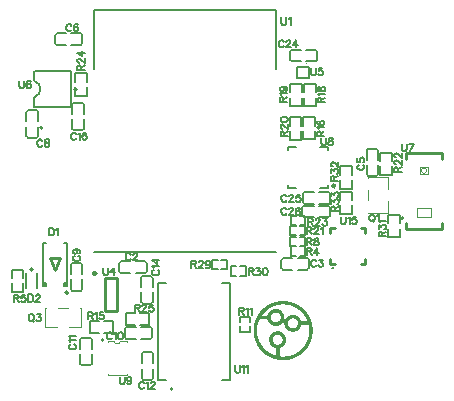
<source format=gto>
G04 Layer: TopSilkscreenLayer*
G04 Panelize: , Column: 1, Row: 1, Board Size: 43.14mm x 33.02mm, Panelized Board Size: 43.14mm x 33.02mm*
G04 EasyEDA v6.5.39, 2023-12-15 19:25:59*
G04 3b811ad68a954a9fa16293bbb790c8b3,9a4ed40c0dd746429eaf55b84663d2fb,10*
G04 Gerber Generator version 0.2*
G04 Scale: 100 percent, Rotated: No, Reflected: No *
G04 Dimensions in millimeters *
G04 leading zeros omitted , absolute positions ,4 integer and 5 decimal *
%FSLAX45Y45*%
%MOMM*%

%ADD10C,0.1270*%
%ADD11C,0.1524*%
%ADD12C,0.1200*%
%ADD13C,0.1250*%
%ADD14C,0.2540*%
%ADD15C,0.1520*%
%ADD16C,0.1500*%
%ADD17C,0.2000*%
%ADD18C,0.1000*%
%ADD19C,0.1999*%
%ADD20C,0.2489*%
%ADD21C,0.2500*%
%ADD22C,0.0140*%

%LPD*%
G36*
X1158443Y-185775D02*
G01*
X1101496Y-185826D01*
X1099261Y-186791D01*
X1098854Y-187858D01*
X1087221Y-187858D01*
X1085900Y-188569D01*
X1085900Y-189890D01*
X1076452Y-189890D01*
X1075639Y-190703D01*
X1075639Y-191922D01*
X1067003Y-192125D01*
X1065377Y-194005D01*
X1059789Y-194005D01*
X1059027Y-196088D01*
X1053338Y-196088D01*
X1052880Y-197256D01*
X1052017Y-198120D01*
X1047292Y-198120D01*
X1045616Y-200152D01*
X1041704Y-200202D01*
X1040637Y-201269D01*
X1040637Y-202234D01*
X1036726Y-202336D01*
X1034999Y-202793D01*
X1034745Y-204317D01*
X1031443Y-204317D01*
X1030376Y-205384D01*
X1030376Y-206349D01*
X1026414Y-206552D01*
X1026210Y-208432D01*
X1022553Y-208432D01*
X1020318Y-210464D01*
X1017778Y-210464D01*
X1016660Y-211734D01*
X1016660Y-212547D01*
X1014526Y-212547D01*
X1012596Y-213563D01*
X1012190Y-214579D01*
X1009802Y-214579D01*
X1009802Y-216662D01*
X1006500Y-216662D01*
X1005687Y-217474D01*
X1005687Y-218694D01*
X1003452Y-218694D01*
X1001979Y-219100D01*
X1001521Y-220776D01*
X1000150Y-220776D01*
X997966Y-222300D01*
X997712Y-222808D01*
X995730Y-222808D01*
X995324Y-224790D01*
X991768Y-225399D01*
X991565Y-226923D01*
X989228Y-226923D01*
X989228Y-229006D01*
X986586Y-229006D01*
X985418Y-230276D01*
X985418Y-231038D01*
X983843Y-231038D01*
X983030Y-231851D01*
X983030Y-233070D01*
X981151Y-233273D01*
X980948Y-235051D01*
X977392Y-235661D01*
X977137Y-237236D01*
X975614Y-237236D01*
X974801Y-238048D01*
X974801Y-239217D01*
X972921Y-239471D01*
X972718Y-241350D01*
X971194Y-241350D01*
X969365Y-243433D01*
X966927Y-243840D01*
X966927Y-245414D01*
X964692Y-245617D01*
X964488Y-247497D01*
X963269Y-247497D01*
X962456Y-248361D01*
X962456Y-249580D01*
X961237Y-249580D01*
X960424Y-250393D01*
X960424Y-251561D01*
X958494Y-251815D01*
X958291Y-253644D01*
X956462Y-253847D01*
X956259Y-255727D01*
X954379Y-255930D01*
X954176Y-257759D01*
X952347Y-257962D01*
X952144Y-259842D01*
X950112Y-259842D01*
X950112Y-261874D01*
X948232Y-262077D01*
X948029Y-263956D01*
X946150Y-264160D01*
X945946Y-266039D01*
X943965Y-266039D01*
X943965Y-268020D01*
X942289Y-268427D01*
X941578Y-270510D01*
X940257Y-270510D01*
X939850Y-272491D01*
X938276Y-272745D01*
X937666Y-276301D01*
X935888Y-276504D01*
X935685Y-278333D01*
X933805Y-278536D01*
X933602Y-280365D01*
X931926Y-280822D01*
X931519Y-282752D01*
X930249Y-283108D01*
X929538Y-284937D01*
X929538Y-286562D01*
X927658Y-286766D01*
X927455Y-288645D01*
X925423Y-288645D01*
X925423Y-291388D01*
X924509Y-291388D01*
X923391Y-292658D01*
X923391Y-294843D01*
X922121Y-294843D01*
X921308Y-295656D01*
X921308Y-297078D01*
X919784Y-297738D01*
X919124Y-301040D01*
X918260Y-301040D01*
X917194Y-302107D01*
X917194Y-305104D01*
X915314Y-305308D01*
X914958Y-307340D01*
X913587Y-307594D01*
X913079Y-308406D01*
X913079Y-311302D01*
X910996Y-311302D01*
X910996Y-315366D01*
X909116Y-315569D01*
X908913Y-319481D01*
X907084Y-319684D01*
X906881Y-323596D01*
X905002Y-323799D01*
X904798Y-327761D01*
X902766Y-327761D01*
X902766Y-331825D01*
X1024178Y-331825D01*
X1024178Y-317500D01*
X1025398Y-317500D01*
X1026261Y-316636D01*
X1026261Y-310997D01*
X1027734Y-310794D01*
X1028242Y-309067D01*
X1028293Y-306374D01*
X1029462Y-305104D01*
X1030376Y-305104D01*
X1030376Y-302818D01*
X1031697Y-302463D01*
X1032408Y-300634D01*
X1032408Y-298958D01*
X1034491Y-298958D01*
X1034491Y-296926D01*
X1036370Y-296722D01*
X1036574Y-294894D01*
X1038402Y-294690D01*
X1038656Y-292760D01*
X1040637Y-292760D01*
X1040637Y-290728D01*
X1042517Y-290677D01*
X1044194Y-288645D01*
X1046835Y-288645D01*
X1046835Y-286664D01*
X1050747Y-286461D01*
X1051001Y-284530D01*
X1057097Y-284530D01*
X1057097Y-283768D01*
X1058265Y-282498D01*
X1075537Y-282498D01*
X1075944Y-284530D01*
X1081633Y-284530D01*
X1082446Y-286613D01*
X1085850Y-286613D01*
X1086256Y-288645D01*
X1089964Y-288645D01*
X1090218Y-290576D01*
X1091996Y-290779D01*
X1092403Y-292760D01*
X1093978Y-292760D01*
X1094790Y-294843D01*
X1096111Y-294843D01*
X1096873Y-296875D01*
X1098194Y-296875D01*
X1098600Y-298958D01*
X1100277Y-298958D01*
X1100480Y-300837D01*
X1102360Y-301040D01*
X1102360Y-304038D01*
X1102766Y-305104D01*
X1104442Y-305104D01*
X1104442Y-307898D01*
X1105154Y-309219D01*
X1106474Y-309219D01*
X1106474Y-314096D01*
X1107186Y-315417D01*
X1108557Y-315417D01*
X1108557Y-333959D01*
X1107287Y-333959D01*
X1106474Y-334772D01*
X1106474Y-340004D01*
X1104442Y-340410D01*
X1104442Y-344220D01*
X1103172Y-344220D01*
X1102360Y-345033D01*
X1102360Y-347370D01*
X1101496Y-348183D01*
X1100328Y-348640D01*
X1100328Y-350367D01*
X1098448Y-350570D01*
X1098194Y-352450D01*
X1097026Y-352450D01*
X1096213Y-353263D01*
X1096213Y-354533D01*
X1094943Y-354533D01*
X1094130Y-355346D01*
X1094130Y-356514D01*
X1092250Y-356768D01*
X1092047Y-358648D01*
X1089914Y-358648D01*
X1088644Y-359765D01*
X1088644Y-360629D01*
X1086104Y-360832D01*
X1085850Y-362762D01*
X1082141Y-362762D01*
X1081735Y-363778D01*
X1079652Y-364794D01*
X1075791Y-364845D01*
X1074064Y-365353D01*
X1073861Y-366877D01*
X1059180Y-366877D01*
X1059180Y-365506D01*
X1057859Y-364794D01*
X1052728Y-364794D01*
X1052372Y-363423D01*
X1050544Y-362762D01*
X1048613Y-362762D01*
X1048258Y-361391D01*
X1046429Y-360680D01*
X1044854Y-360680D01*
X1044448Y-359054D01*
X1042365Y-358648D01*
X1040384Y-356565D01*
X1038656Y-356565D01*
X1038402Y-354685D01*
X1036574Y-354482D01*
X1036370Y-352602D01*
X1034491Y-352399D01*
X1034491Y-350621D01*
X1032408Y-348691D01*
X1032408Y-347472D01*
X1031900Y-346710D01*
X1030528Y-346456D01*
X1030173Y-343357D01*
X1029614Y-342493D01*
X1028293Y-342493D01*
X1028293Y-339699D01*
X1027582Y-338378D01*
X1026261Y-338378D01*
X1026261Y-332282D01*
X1024178Y-331825D01*
X901547Y-331876D01*
X900734Y-332689D01*
X900734Y-335991D01*
X899058Y-336397D01*
X898702Y-337870D01*
X898652Y-340461D01*
X898144Y-340461D01*
X896772Y-342696D01*
X896467Y-346456D01*
X894994Y-346659D01*
X894537Y-348792D01*
X894537Y-352450D01*
X893571Y-352450D01*
X892505Y-353517D01*
X892505Y-358648D01*
X890422Y-358648D01*
X890422Y-365099D01*
X888949Y-365302D01*
X888441Y-367030D01*
X888390Y-373024D01*
X887425Y-373024D01*
X886307Y-374091D01*
X886307Y-381457D01*
X884834Y-382117D01*
X884326Y-383844D01*
X884275Y-392226D01*
X883564Y-392226D01*
X882243Y-394462D01*
X882192Y-408025D01*
X880567Y-408432D01*
X880160Y-409905D01*
X880160Y-449529D01*
X908964Y-449529D01*
X908964Y-422554D01*
X910488Y-421893D01*
X910945Y-420166D01*
X910996Y-403606D01*
X912266Y-403199D01*
X913079Y-401472D01*
X913079Y-391566D01*
X915162Y-391566D01*
X915162Y-383235D01*
X916584Y-382879D01*
X917194Y-381203D01*
X917194Y-375107D01*
X918413Y-375107D01*
X919226Y-374243D01*
X919226Y-368909D01*
X920038Y-368909D01*
X921308Y-367792D01*
X921308Y-362762D01*
X922274Y-362762D01*
X923391Y-361645D01*
X923391Y-356616D01*
X925271Y-356412D01*
X925474Y-352704D01*
X927506Y-350824D01*
X927506Y-346303D01*
X929538Y-346303D01*
X929538Y-342188D01*
X931418Y-341985D01*
X931621Y-340106D01*
X995680Y-340106D01*
X995883Y-341630D01*
X997458Y-342341D01*
X997458Y-347268D01*
X997864Y-348335D01*
X999490Y-348335D01*
X999490Y-352044D01*
X999947Y-354177D01*
X1001572Y-354584D01*
X1001572Y-357073D01*
X1001979Y-358648D01*
X1003503Y-358648D01*
X1003960Y-362102D01*
X1005687Y-362864D01*
X1005687Y-364794D01*
X1007618Y-364794D01*
X1008075Y-368249D01*
X1009700Y-369011D01*
X1010107Y-370992D01*
X1011783Y-370992D01*
X1011986Y-372872D01*
X1013866Y-373075D01*
X1014069Y-374904D01*
X1015949Y-375158D01*
X1015949Y-377139D01*
X1017981Y-377139D01*
X1018184Y-379018D01*
X1020013Y-379222D01*
X1020419Y-381254D01*
X1022451Y-381254D01*
X1022451Y-382473D01*
X1023315Y-383336D01*
X1026210Y-383336D01*
X1026414Y-385216D01*
X1028649Y-385419D01*
X1028649Y-386638D01*
X1029462Y-387451D01*
X1032408Y-387451D01*
X1032408Y-389483D01*
X1036472Y-389483D01*
X1037183Y-391566D01*
X1042619Y-391566D01*
X1043025Y-393598D01*
X1049223Y-393598D01*
X1049223Y-394970D01*
X1050544Y-395681D01*
X1083056Y-395681D01*
X1083868Y-394868D01*
X1083868Y-393598D01*
X1090015Y-393598D01*
X1090015Y-392938D01*
X1091133Y-392938D01*
X1091488Y-391566D01*
X1096010Y-391363D01*
X1096264Y-389534D01*
X1100124Y-389331D01*
X1100378Y-387451D01*
X1104239Y-387248D01*
X1104493Y-385368D01*
X1106119Y-385368D01*
X1107948Y-384708D01*
X1108252Y-383336D01*
X1110437Y-383133D01*
X1110640Y-381254D01*
X1112672Y-381254D01*
X1112672Y-379222D01*
X1114704Y-379222D01*
X1114704Y-377139D01*
X1116634Y-377139D01*
X1117295Y-375615D01*
X1118819Y-374904D01*
X1118819Y-373024D01*
X1120902Y-373024D01*
X1120902Y-370992D01*
X1122934Y-370992D01*
X1122934Y-368960D01*
X1124813Y-368757D01*
X1125067Y-366877D01*
X1125677Y-366877D01*
X1127048Y-365506D01*
X1127048Y-362813D01*
X1128928Y-362559D01*
X1129182Y-360172D01*
X1131163Y-358343D01*
X1131163Y-354533D01*
X1133246Y-354533D01*
X1133246Y-350418D01*
X1134465Y-350418D01*
X1135278Y-349554D01*
X1135278Y-344271D01*
X1137158Y-343357D01*
X1137361Y-331571D01*
X1138682Y-331165D01*
X1139393Y-329031D01*
X1139393Y-319938D01*
X1138732Y-318109D01*
X1137361Y-317754D01*
X1137361Y-306578D01*
X1136954Y-305460D01*
X1135278Y-305460D01*
X1135278Y-299262D01*
X1133246Y-298856D01*
X1133144Y-294995D01*
X1132687Y-293319D01*
X1131163Y-293065D01*
X1131163Y-291185D01*
X1130452Y-289052D01*
X1129182Y-288645D01*
X1128928Y-286766D01*
X1127048Y-286562D01*
X1127048Y-283311D01*
X1126236Y-282498D01*
X1125067Y-282498D01*
X1124813Y-280619D01*
X1122934Y-280416D01*
X1122934Y-278384D01*
X1122019Y-278384D01*
X1121003Y-277164D01*
X1120343Y-275132D01*
X1118920Y-274472D01*
X1118209Y-272542D01*
X1116787Y-272542D01*
X1115720Y-270510D01*
X1114704Y-270510D01*
X1112316Y-268071D01*
X1110640Y-268071D01*
X1110437Y-266192D01*
X1108557Y-265988D01*
X1108557Y-264668D01*
X1107236Y-263956D01*
X1104493Y-263956D01*
X1104239Y-262077D01*
X1102004Y-261874D01*
X1102004Y-260248D01*
X1098092Y-259740D01*
X1096162Y-257810D01*
X1092098Y-257810D01*
X1092098Y-256184D01*
X1090523Y-255778D01*
X1086002Y-255727D01*
X1085291Y-254152D01*
X1083106Y-253695D01*
X1073048Y-253695D01*
X1071524Y-252018D01*
X1066698Y-251561D01*
X1061872Y-252069D01*
X1061110Y-253695D01*
X1049528Y-253695D01*
X1047597Y-254711D01*
X1047191Y-255727D01*
X1042873Y-255828D01*
X1041146Y-256286D01*
X1040942Y-257810D01*
X1037336Y-257810D01*
X1036523Y-258622D01*
X1036523Y-259842D01*
X1032408Y-259842D01*
X1032408Y-261924D01*
X1029106Y-261924D01*
X1028293Y-262737D01*
X1028293Y-263906D01*
X1025601Y-264312D01*
X1024331Y-265938D01*
X1022502Y-266395D01*
X1022045Y-268071D01*
X1020267Y-268274D01*
X1020013Y-270103D01*
X1018184Y-270306D01*
X1017981Y-272186D01*
X1016152Y-272389D01*
X1015898Y-274218D01*
X1014069Y-274421D01*
X1013866Y-276301D01*
X1011986Y-276504D01*
X1011783Y-278333D01*
X1009954Y-278536D01*
X1009751Y-280416D01*
X1008786Y-280416D01*
X1007719Y-281533D01*
X1007719Y-282752D01*
X1005687Y-284988D01*
X1005687Y-286613D01*
X1004671Y-286613D01*
X1003604Y-287680D01*
X1003604Y-290728D01*
X1002385Y-290728D01*
X1001572Y-291541D01*
X1001572Y-294843D01*
X1000556Y-294843D01*
X999490Y-295910D01*
X999490Y-301040D01*
X998270Y-301040D01*
X997458Y-301853D01*
X997458Y-307543D01*
X995730Y-307543D01*
X995730Y-309219D01*
X950112Y-309219D01*
X950112Y-307187D01*
X952195Y-307187D01*
X952195Y-305104D01*
X954227Y-305104D01*
X954227Y-302514D01*
X956259Y-300837D01*
X956310Y-298958D01*
X958342Y-298958D01*
X958342Y-296926D01*
X960221Y-296722D01*
X960424Y-294843D01*
X961644Y-294843D01*
X962456Y-294030D01*
X962456Y-292506D01*
X963828Y-292150D01*
X964539Y-290322D01*
X964539Y-288645D01*
X966571Y-288645D01*
X966571Y-286613D01*
X968654Y-286613D01*
X968654Y-284530D01*
X970686Y-284530D01*
X970686Y-282498D01*
X972769Y-282498D01*
X972769Y-280416D01*
X974801Y-280416D01*
X974801Y-278384D01*
X976884Y-278384D01*
X976884Y-276301D01*
X978916Y-276301D01*
X978916Y-274269D01*
X980998Y-274269D01*
X980998Y-272186D01*
X983030Y-272186D01*
X983030Y-270154D01*
X984707Y-270154D01*
X986434Y-269341D01*
X986840Y-268173D01*
X988821Y-267766D01*
X989279Y-266090D01*
X991108Y-265887D01*
X991311Y-263956D01*
X993343Y-263956D01*
X993343Y-261924D01*
X995375Y-261924D01*
X995375Y-259842D01*
X998423Y-259842D01*
X999490Y-258775D01*
X999490Y-257860D01*
X1001369Y-257657D01*
X1001572Y-255727D01*
X1003604Y-255727D01*
X1003604Y-255117D01*
X1004976Y-254762D01*
X1004976Y-253746D01*
X1007567Y-253492D01*
X1007770Y-251612D01*
X1009497Y-251612D01*
X1011326Y-249631D01*
X1013714Y-249377D01*
X1013968Y-247497D01*
X1015796Y-247497D01*
X1017371Y-247091D01*
X1017981Y-245465D01*
X1020064Y-245465D01*
X1020064Y-243433D01*
X1024026Y-243230D01*
X1024229Y-241350D01*
X1027480Y-241350D01*
X1028293Y-240538D01*
X1028293Y-239267D01*
X1032103Y-239267D01*
X1032510Y-237236D01*
X1035710Y-237236D01*
X1036523Y-236423D01*
X1036523Y-235204D01*
X1040485Y-235000D01*
X1040688Y-233121D01*
X1044752Y-233121D01*
X1044752Y-232308D01*
X1045870Y-231038D01*
X1050086Y-231038D01*
X1050950Y-230225D01*
X1050950Y-229006D01*
X1055624Y-229006D01*
X1056436Y-228193D01*
X1056436Y-226923D01*
X1061059Y-226923D01*
X1062736Y-224891D01*
X1067206Y-224790D01*
X1068933Y-224332D01*
X1069136Y-222859D01*
X1075436Y-222656D01*
X1075690Y-220776D01*
X1083665Y-220725D01*
X1085342Y-218694D01*
X1095451Y-218694D01*
X1096264Y-216662D01*
X1110081Y-216560D01*
X1111808Y-216103D01*
X1112469Y-214579D01*
X1148283Y-214579D01*
X1148842Y-215493D01*
X1150518Y-216662D01*
X1164437Y-216662D01*
X1164437Y-217678D01*
X1166469Y-218694D01*
X1175410Y-218694D01*
X1176934Y-220776D01*
X1184503Y-220776D01*
X1185316Y-222808D01*
X1192834Y-222808D01*
X1193088Y-224688D01*
X1198981Y-224891D01*
X1199388Y-226923D01*
X1205230Y-226923D01*
X1205230Y-229006D01*
X1209344Y-229006D01*
X1209344Y-229971D01*
X1210868Y-231038D01*
X1215440Y-231038D01*
X1215847Y-233121D01*
X1219504Y-233121D01*
X1220266Y-235153D01*
X1223924Y-235356D01*
X1224178Y-236728D01*
X1224991Y-237236D01*
X1227886Y-237236D01*
X1227886Y-238201D01*
X1228953Y-239267D01*
X1232306Y-239267D01*
X1232509Y-241147D01*
X1236065Y-241401D01*
X1236522Y-243382D01*
X1240129Y-243382D01*
X1240536Y-245465D01*
X1242822Y-245465D01*
X1244498Y-247497D01*
X1246225Y-247497D01*
X1247038Y-249580D01*
X1250492Y-249580D01*
X1250696Y-251460D01*
X1252728Y-251815D01*
X1252982Y-253187D01*
X1253794Y-253695D01*
X1256639Y-253695D01*
X1256842Y-255574D01*
X1258722Y-255778D01*
X1259128Y-257810D01*
X1260754Y-257810D01*
X1262786Y-259842D01*
X1264869Y-259842D01*
X1265072Y-261721D01*
X1266901Y-261975D01*
X1267307Y-263956D01*
X1268984Y-263956D01*
X1269441Y-266039D01*
X1271016Y-266039D01*
X1273098Y-268071D01*
X1275181Y-268071D01*
X1275181Y-270154D01*
X1277213Y-270154D01*
X1277416Y-272034D01*
X1279296Y-272237D01*
X1279499Y-274116D01*
X1281328Y-274320D01*
X1281531Y-276148D01*
X1283462Y-276352D01*
X1283462Y-278384D01*
X1285443Y-278384D01*
X1285646Y-280263D01*
X1287576Y-280466D01*
X1287576Y-282498D01*
X1289558Y-282498D01*
X1289761Y-284378D01*
X1291640Y-284581D01*
X1291844Y-286461D01*
X1293672Y-286664D01*
X1293876Y-288493D01*
X1295755Y-288696D01*
X1295958Y-290576D01*
X1297838Y-290779D01*
X1297838Y-292760D01*
X1300226Y-295097D01*
X1300226Y-296519D01*
X1301902Y-296976D01*
X1302258Y-298958D01*
X1303985Y-298958D01*
X1304188Y-300837D01*
X1306068Y-301040D01*
X1306068Y-303123D01*
X1308049Y-305104D01*
X1308506Y-307187D01*
X1310182Y-307187D01*
X1310182Y-309219D01*
X1312265Y-309219D01*
X1312265Y-310896D01*
X1312672Y-313029D01*
X1314246Y-313436D01*
X1314450Y-315264D01*
X1316380Y-315468D01*
X1316380Y-318211D01*
X1317091Y-319532D01*
X1318412Y-319532D01*
X1318412Y-321919D01*
X1320444Y-323748D01*
X1320647Y-325526D01*
X1322527Y-325729D01*
X1322527Y-328269D01*
X1322933Y-329844D01*
X1324508Y-329844D01*
X1324965Y-333603D01*
X1326642Y-334010D01*
X1326642Y-336956D01*
X1327708Y-338074D01*
X1328623Y-338074D01*
X1329029Y-341477D01*
X1329436Y-342188D01*
X1330756Y-342188D01*
X1330756Y-346303D01*
X1332839Y-346303D01*
X1332839Y-349300D01*
X1333246Y-350418D01*
X1334871Y-350418D01*
X1334871Y-353720D01*
X1335328Y-355955D01*
X1336954Y-356666D01*
X1336954Y-358648D01*
X1283462Y-358648D01*
X1283411Y-355701D01*
X1282903Y-354939D01*
X1281531Y-354685D01*
X1281379Y-348742D01*
X1279347Y-348284D01*
X1279347Y-344678D01*
X1277264Y-343154D01*
X1277264Y-340106D01*
X1276451Y-340106D01*
X1275181Y-338988D01*
X1275181Y-336296D01*
X1273149Y-335889D01*
X1273149Y-333552D01*
X1272438Y-332232D01*
X1271117Y-332232D01*
X1270914Y-329996D01*
X1269085Y-329793D01*
X1268882Y-327914D01*
X1267002Y-327710D01*
X1267002Y-325729D01*
X1264920Y-325729D01*
X1264920Y-323646D01*
X1262888Y-323646D01*
X1262888Y-321614D01*
X1260856Y-321614D01*
X1260652Y-319684D01*
X1258773Y-319481D01*
X1258570Y-317652D01*
X1256690Y-317449D01*
X1256690Y-315772D01*
X1254810Y-315315D01*
X1253490Y-314045D01*
X1252575Y-314045D01*
X1252575Y-313385D01*
X1250492Y-313385D01*
X1250492Y-312013D01*
X1249172Y-311302D01*
X1246378Y-311302D01*
X1246378Y-309676D01*
X1245311Y-309219D01*
X1242263Y-309219D01*
X1242263Y-307594D01*
X1240739Y-307187D01*
X1236116Y-307187D01*
X1236116Y-305562D01*
X1235049Y-305104D01*
X1229715Y-305104D01*
X1228953Y-303530D01*
X1226769Y-303072D01*
X1198372Y-303072D01*
X1197000Y-303784D01*
X1197000Y-305104D01*
X1189990Y-305155D01*
X1189228Y-305663D01*
X1188974Y-307035D01*
X1184859Y-307390D01*
X1183640Y-307949D01*
X1182979Y-309168D01*
X1179525Y-309575D01*
X1178864Y-309981D01*
X1178864Y-311302D01*
X1176782Y-311302D01*
X1176324Y-312521D01*
X1175461Y-313385D01*
X1173175Y-313385D01*
X1172311Y-314198D01*
X1172311Y-315417D01*
X1170584Y-315417D01*
X1170127Y-316636D01*
X1169314Y-317500D01*
X1166571Y-317906D01*
X1166164Y-319481D01*
X1164437Y-319887D01*
X1164031Y-321614D01*
X1162862Y-321614D01*
X1162050Y-322427D01*
X1162050Y-323545D01*
X1159967Y-323951D01*
X1159967Y-325729D01*
X1158544Y-325729D01*
X1157782Y-327812D01*
X1156258Y-328168D01*
X1155903Y-329641D01*
X1155852Y-330911D01*
X1154988Y-331724D01*
X1153820Y-332181D01*
X1153820Y-333959D01*
X1152601Y-333959D01*
X1151737Y-334772D01*
X1151737Y-337058D01*
X1150874Y-337921D01*
X1149705Y-338378D01*
X1149705Y-340461D01*
X1148384Y-340461D01*
X1147927Y-341122D01*
X1147521Y-344576D01*
X1146708Y-344576D01*
X1145844Y-345592D01*
X1145387Y-350570D01*
X1143965Y-350774D01*
X1143508Y-352907D01*
X1143508Y-358648D01*
X1141476Y-358648D01*
X1141497Y-380187D01*
X1170279Y-380187D01*
X1170279Y-368858D01*
X1171702Y-368503D01*
X1172311Y-366826D01*
X1172311Y-360730D01*
X1174242Y-360527D01*
X1174445Y-356616D01*
X1176274Y-356412D01*
X1176477Y-352501D01*
X1178306Y-352298D01*
X1178560Y-350418D01*
X1179474Y-350418D01*
X1180541Y-349300D01*
X1180541Y-347776D01*
X1182573Y-346100D01*
X1182624Y-344220D01*
X1184605Y-344220D01*
X1184859Y-343712D01*
X1187043Y-342188D01*
X1187958Y-342188D01*
X1188770Y-341325D01*
X1188770Y-340156D01*
X1190701Y-339953D01*
X1190904Y-338074D01*
X1194155Y-338074D01*
X1194968Y-337210D01*
X1194968Y-336042D01*
X1198930Y-335838D01*
X1199134Y-333959D01*
X1205077Y-333857D01*
X1206804Y-333400D01*
X1207465Y-331876D01*
X1218539Y-331876D01*
X1220317Y-333959D01*
X1225804Y-333959D01*
X1225804Y-334924D01*
X1227328Y-335991D01*
X1230020Y-335991D01*
X1232052Y-338074D01*
X1234338Y-338074D01*
X1234694Y-339394D01*
X1236522Y-340106D01*
X1238148Y-340106D01*
X1238351Y-341985D01*
X1240129Y-342188D01*
X1240536Y-344220D01*
X1242212Y-344220D01*
X1242618Y-346303D01*
X1244295Y-346303D01*
X1244498Y-348183D01*
X1246378Y-348386D01*
X1246378Y-350418D01*
X1248460Y-350418D01*
X1248460Y-354533D01*
X1250492Y-354533D01*
X1250492Y-357530D01*
X1250950Y-358648D01*
X1252575Y-358648D01*
X1252575Y-363270D01*
X1252982Y-364794D01*
X1254658Y-364794D01*
X1254658Y-383641D01*
X1253286Y-383641D01*
X1252575Y-385013D01*
X1252575Y-389737D01*
X1251204Y-390093D01*
X1250492Y-391922D01*
X1250492Y-393547D01*
X1248867Y-393954D01*
X1248359Y-397713D01*
X1247241Y-397713D01*
X1246378Y-398526D01*
X1246378Y-399745D01*
X1244752Y-400202D01*
X1244295Y-402132D01*
X1242618Y-402539D01*
X1242618Y-403199D01*
X1240586Y-405028D01*
X1240586Y-405892D01*
X1238554Y-406349D01*
X1238148Y-408025D01*
X1236116Y-408025D01*
X1236116Y-409956D01*
X1232509Y-410565D01*
X1232306Y-412140D01*
X1230325Y-412140D01*
X1228496Y-412800D01*
X1228140Y-414172D01*
X1224280Y-414274D01*
X1222552Y-414731D01*
X1221892Y-416255D01*
X1203198Y-416255D01*
X1203198Y-414629D01*
X1201674Y-414172D01*
X1197000Y-414172D01*
X1197000Y-412546D01*
X1195933Y-412140D01*
X1192885Y-412140D01*
X1192885Y-410464D01*
X1191818Y-410057D01*
X1188770Y-410057D01*
X1188770Y-408025D01*
X1186789Y-408025D01*
X1186586Y-406146D01*
X1184656Y-405892D01*
X1184656Y-404215D01*
X1182624Y-403809D01*
X1182624Y-402183D01*
X1180592Y-401777D01*
X1180388Y-399948D01*
X1178509Y-399745D01*
X1178509Y-398119D01*
X1177798Y-396290D01*
X1176426Y-395935D01*
X1176426Y-393649D01*
X1174394Y-391617D01*
X1174394Y-389128D01*
X1173683Y-387756D01*
X1172311Y-387756D01*
X1172311Y-381914D01*
X1170279Y-380187D01*
X1141497Y-380187D01*
X1141526Y-388975D01*
X1141984Y-390702D01*
X1143508Y-391363D01*
X1143508Y-396646D01*
X1143965Y-397713D01*
X1145590Y-397713D01*
X1145590Y-402590D01*
X1146302Y-403910D01*
X1147622Y-403910D01*
X1147622Y-406908D01*
X1148080Y-408025D01*
X1149705Y-408025D01*
X1149705Y-410819D01*
X1150416Y-412140D01*
X1151737Y-412140D01*
X1151737Y-414578D01*
X1153820Y-415747D01*
X1153820Y-416966D01*
X1154531Y-418287D01*
X1155801Y-418287D01*
X1156055Y-420166D01*
X1157884Y-420420D01*
X1158087Y-422249D01*
X1159967Y-422452D01*
X1159967Y-424484D01*
X1162050Y-424484D01*
X1162050Y-426516D01*
X1164031Y-426516D01*
X1164285Y-428396D01*
X1166114Y-428650D01*
X1166317Y-430479D01*
X1168146Y-430682D01*
X1168552Y-432714D01*
X1170635Y-432714D01*
X1170635Y-434035D01*
X1171956Y-434746D01*
X1174394Y-434746D01*
X1174394Y-436829D01*
X1177086Y-436829D01*
X1178001Y-438708D01*
X1181608Y-438912D01*
X1183081Y-440943D01*
X1186738Y-440943D01*
X1186738Y-442976D01*
X1192733Y-442976D01*
X1193546Y-445058D01*
X1203553Y-445058D01*
X1203553Y-446074D01*
X1205534Y-447090D01*
X1221689Y-447090D01*
X1221689Y-445058D01*
X1231849Y-444855D01*
X1232052Y-442976D01*
X1239215Y-442976D01*
X1239215Y-440943D01*
X1243533Y-440943D01*
X1244346Y-440131D01*
X1244346Y-438861D01*
X1248460Y-438861D01*
X1248460Y-436829D01*
X1250137Y-436829D01*
X1251966Y-436118D01*
X1252321Y-434797D01*
X1254455Y-434593D01*
X1254658Y-432714D01*
X1256690Y-432714D01*
X1256690Y-431901D01*
X1257808Y-430631D01*
X1259535Y-430631D01*
X1260805Y-429514D01*
X1260805Y-428599D01*
X1262024Y-428599D01*
X1262888Y-427786D01*
X1262888Y-426567D01*
X1264767Y-426364D01*
X1264970Y-424484D01*
X1266139Y-424484D01*
X1267002Y-423672D01*
X1267002Y-422401D01*
X1268323Y-422401D01*
X1269034Y-421081D01*
X1269034Y-419557D01*
X1270152Y-418287D01*
X1271066Y-418287D01*
X1271066Y-416306D01*
X1272997Y-416051D01*
X1273200Y-413918D01*
X1274521Y-413562D01*
X1275181Y-411734D01*
X1275181Y-410057D01*
X1276451Y-410057D01*
X1277264Y-409244D01*
X1277264Y-405942D01*
X1278483Y-405942D01*
X1279347Y-405130D01*
X1279347Y-401269D01*
X1281328Y-399592D01*
X1281379Y-393598D01*
X1283462Y-393598D01*
X1283462Y-391566D01*
X1347216Y-391566D01*
X1347216Y-398678D01*
X1347673Y-400862D01*
X1349298Y-401624D01*
X1349298Y-414121D01*
X1349705Y-416255D01*
X1351330Y-417779D01*
X1351330Y-453593D01*
X1349806Y-453796D01*
X1349349Y-456895D01*
X1349298Y-470052D01*
X1347724Y-470255D01*
X1347317Y-472287D01*
X1347216Y-480720D01*
X1346504Y-480720D01*
X1345184Y-482955D01*
X1345184Y-490321D01*
X1343914Y-490321D01*
X1343101Y-491134D01*
X1343101Y-496519D01*
X1341272Y-498144D01*
X1340967Y-502970D01*
X1338986Y-504850D01*
X1338986Y-508812D01*
X1338072Y-509371D01*
X1336954Y-511556D01*
X1336954Y-515010D01*
X1335278Y-515416D01*
X1334871Y-516890D01*
X1334871Y-520192D01*
X1334008Y-521055D01*
X1332839Y-521512D01*
X1332839Y-525322D01*
X1331569Y-525322D01*
X1330756Y-526135D01*
X1330756Y-529437D01*
X1329791Y-529437D01*
X1328724Y-530504D01*
X1328724Y-533552D01*
X1327708Y-533552D01*
X1326642Y-534619D01*
X1326642Y-537667D01*
X1325676Y-537667D01*
X1324610Y-538734D01*
X1324610Y-541782D01*
X1323340Y-541782D01*
X1322527Y-542594D01*
X1322527Y-545846D01*
X1320647Y-546049D01*
X1320444Y-548182D01*
X1319123Y-548538D01*
X1318412Y-550367D01*
X1318412Y-552043D01*
X1316380Y-552043D01*
X1316329Y-554939D01*
X1314297Y-556666D01*
X1314297Y-558241D01*
X1313332Y-558241D01*
X1312265Y-559308D01*
X1312265Y-560527D01*
X1310182Y-562762D01*
X1310182Y-564388D01*
X1308963Y-564388D01*
X1308150Y-565200D01*
X1308150Y-566775D01*
X1306474Y-566775D01*
X1306017Y-570534D01*
X1304188Y-570738D01*
X1303985Y-572566D01*
X1302105Y-572770D01*
X1301902Y-574598D01*
X1300226Y-575056D01*
X1299819Y-577088D01*
X1298194Y-577088D01*
X1298194Y-578662D01*
X1296111Y-580186D01*
X1295704Y-582879D01*
X1293876Y-583082D01*
X1293672Y-584911D01*
X1291844Y-585165D01*
X1291640Y-586994D01*
X1289761Y-587197D01*
X1289558Y-589026D01*
X1287729Y-589280D01*
X1287526Y-591108D01*
X1285646Y-591312D01*
X1285443Y-593140D01*
X1283614Y-593394D01*
X1283411Y-595274D01*
X1281379Y-595274D01*
X1281379Y-597255D01*
X1279499Y-597509D01*
X1279296Y-599338D01*
X1277416Y-599541D01*
X1277213Y-601421D01*
X1275181Y-601421D01*
X1272692Y-603808D01*
X1271473Y-603808D01*
X1271270Y-605383D01*
X1269034Y-605586D01*
X1269034Y-607568D01*
X1267155Y-607771D01*
X1266952Y-609650D01*
X1265326Y-609650D01*
X1263091Y-611784D01*
X1261160Y-612140D01*
X1260957Y-613613D01*
X1258925Y-613968D01*
X1258722Y-615746D01*
X1256030Y-616204D01*
X1254709Y-617880D01*
X1253388Y-617880D01*
X1252575Y-618693D01*
X1252575Y-619963D01*
X1251153Y-619963D01*
X1249222Y-620979D01*
X1248816Y-621995D01*
X1247241Y-621995D01*
X1246378Y-622808D01*
X1246378Y-624078D01*
X1243736Y-624078D01*
X1242618Y-624484D01*
X1242618Y-626110D01*
X1240739Y-626110D01*
X1238961Y-628142D01*
X1236268Y-628345D01*
X1236065Y-630224D01*
X1232814Y-630224D01*
X1232001Y-631037D01*
X1232001Y-632307D01*
X1227886Y-632307D01*
X1227886Y-634339D01*
X1224584Y-634339D01*
X1223772Y-635152D01*
X1223772Y-636371D01*
X1219809Y-636574D01*
X1219606Y-638454D01*
X1216050Y-638556D01*
X1214323Y-639013D01*
X1213662Y-640537D01*
X1210208Y-640537D01*
X1209344Y-641350D01*
X1209344Y-642569D01*
X1206093Y-642569D01*
X1203553Y-643026D01*
X1203553Y-644652D01*
X1199235Y-644702D01*
X1197508Y-645160D01*
X1197305Y-646684D01*
X1192733Y-646684D01*
X1191260Y-647090D01*
X1190853Y-648766D01*
X1185214Y-648817D01*
X1183487Y-649274D01*
X1182776Y-650798D01*
X1176274Y-650849D01*
X1174800Y-651205D01*
X1174394Y-652830D01*
X1163675Y-653034D01*
X1162100Y-654913D01*
X1147724Y-654913D01*
X1145844Y-653948D01*
X1144930Y-654304D01*
X1143711Y-656945D01*
X1116838Y-656996D01*
X1116584Y-655421D01*
X1113536Y-654964D01*
X1100328Y-654913D01*
X1100328Y-585266D01*
X1102715Y-582930D01*
X1107744Y-582930D01*
X1108557Y-582066D01*
X1108557Y-580847D01*
X1112621Y-580847D01*
X1114653Y-578815D01*
X1117447Y-578815D01*
X1118819Y-577443D01*
X1118819Y-576732D01*
X1120902Y-576732D01*
X1120902Y-575919D01*
X1122019Y-574700D01*
X1125016Y-574700D01*
X1125016Y-572617D01*
X1127048Y-572617D01*
X1127048Y-570585D01*
X1129944Y-570585D01*
X1131163Y-569417D01*
X1131163Y-568502D01*
X1132433Y-568502D01*
X1133246Y-567690D01*
X1133246Y-566470D01*
X1135126Y-566267D01*
X1135329Y-564388D01*
X1136548Y-564388D01*
X1137361Y-563575D01*
X1137361Y-562356D01*
X1139393Y-562356D01*
X1139393Y-560019D01*
X1140764Y-559663D01*
X1141476Y-557834D01*
X1141476Y-556158D01*
X1143508Y-556158D01*
X1143508Y-554126D01*
X1144778Y-554126D01*
X1145590Y-553262D01*
X1145590Y-550011D01*
X1147470Y-549808D01*
X1147673Y-545896D01*
X1149502Y-545693D01*
X1149756Y-541782D01*
X1151585Y-541578D01*
X1151788Y-535635D01*
X1153617Y-535432D01*
X1153820Y-527354D01*
X1154633Y-527354D01*
X1155852Y-526237D01*
X1155852Y-501243D01*
X1153820Y-500430D01*
X1153820Y-492861D01*
X1151737Y-491337D01*
X1151737Y-486511D01*
X1149705Y-486105D01*
X1149502Y-482244D01*
X1147673Y-482041D01*
X1147470Y-478129D01*
X1145590Y-477926D01*
X1145590Y-474167D01*
X1143558Y-473760D01*
X1143355Y-471982D01*
X1141476Y-471728D01*
X1141476Y-468884D01*
X1140968Y-468122D01*
X1139596Y-467868D01*
X1139342Y-465937D01*
X1137361Y-465531D01*
X1137361Y-463905D01*
X1135278Y-463499D01*
X1135278Y-461822D01*
X1133246Y-461416D01*
X1133246Y-459790D01*
X1131163Y-459384D01*
X1131163Y-457403D01*
X1128877Y-457403D01*
X1128522Y-456031D01*
X1126693Y-455320D01*
X1125067Y-455320D01*
X1124813Y-453440D01*
X1123035Y-453237D01*
X1122273Y-451612D01*
X1118819Y-451154D01*
X1118819Y-449580D01*
X1117295Y-449173D01*
X1114704Y-449173D01*
X1114704Y-447751D01*
X1112977Y-447090D01*
X1109726Y-447090D01*
X1108049Y-445058D01*
X1102360Y-445058D01*
X1102360Y-443433D01*
X1100836Y-442976D01*
X1089253Y-442976D01*
X1086916Y-440943D01*
X1081024Y-440943D01*
X1078738Y-442366D01*
X1078738Y-442976D01*
X1066393Y-442976D01*
X1065326Y-444093D01*
X1065326Y-445008D01*
X1059332Y-445211D01*
X1059129Y-447090D01*
X1054862Y-447141D01*
X1053388Y-447497D01*
X1052982Y-449173D01*
X1049934Y-449173D01*
X1048867Y-450240D01*
X1048867Y-451205D01*
X1047191Y-451205D01*
X1045362Y-451916D01*
X1045057Y-453237D01*
X1042873Y-453440D01*
X1042669Y-455269D01*
X1040028Y-455676D01*
X1038707Y-457352D01*
X1036726Y-457555D01*
X1036472Y-459384D01*
X1034846Y-459790D01*
X1034389Y-461518D01*
X1033221Y-461518D01*
X1032408Y-462330D01*
X1032408Y-463550D01*
X1030376Y-463550D01*
X1030376Y-465531D01*
X1028649Y-465988D01*
X1028242Y-467969D01*
X1026769Y-468172D01*
X1026109Y-471779D01*
X1024331Y-471982D01*
X1024128Y-473862D01*
X1022858Y-473862D01*
X1022146Y-475183D01*
X1022146Y-477926D01*
X1020267Y-478129D01*
X1020013Y-482041D01*
X1018184Y-482244D01*
X1017981Y-486054D01*
X1015949Y-486816D01*
X1015949Y-492353D01*
X1014730Y-492353D01*
X1013917Y-493217D01*
X1013917Y-500888D01*
X1012342Y-501142D01*
X1011936Y-503174D01*
X1011936Y-513486D01*
X1042517Y-513486D01*
X1042720Y-502666D01*
X1043940Y-502666D01*
X1044752Y-501853D01*
X1044752Y-496468D01*
X1046835Y-496468D01*
X1046835Y-492353D01*
X1048867Y-492353D01*
X1048867Y-490321D01*
X1050086Y-490321D01*
X1050950Y-489508D01*
X1050950Y-487984D01*
X1052322Y-487629D01*
X1052982Y-485800D01*
X1052982Y-484124D01*
X1055065Y-484124D01*
X1055065Y-483362D01*
X1056182Y-482092D01*
X1057910Y-482092D01*
X1059180Y-480974D01*
X1059180Y-480059D01*
X1061059Y-479856D01*
X1061262Y-477977D01*
X1064107Y-477977D01*
X1065326Y-476859D01*
X1065326Y-475894D01*
X1067003Y-475894D01*
X1068832Y-475234D01*
X1069187Y-473862D01*
X1074318Y-473862D01*
X1075639Y-473151D01*
X1075639Y-471779D01*
X1092454Y-471779D01*
X1092454Y-473049D01*
X1093266Y-473862D01*
X1098600Y-473862D01*
X1098600Y-474878D01*
X1100632Y-475894D01*
X1102715Y-475894D01*
X1102715Y-477266D01*
X1104036Y-477977D01*
X1106424Y-477977D01*
X1106881Y-480009D01*
X1108913Y-480009D01*
X1108913Y-481380D01*
X1110234Y-482092D01*
X1112672Y-482092D01*
X1112672Y-484124D01*
X1114704Y-484124D01*
X1114704Y-486257D01*
X1116736Y-488238D01*
X1117346Y-490169D01*
X1118768Y-490372D01*
X1119022Y-492201D01*
X1120902Y-492404D01*
X1120902Y-495401D01*
X1121308Y-496468D01*
X1122934Y-496468D01*
X1122934Y-499821D01*
X1123391Y-502056D01*
X1124966Y-502767D01*
X1125169Y-512622D01*
X1126032Y-513181D01*
X1125016Y-516534D01*
X1125016Y-525272D01*
X1123340Y-525678D01*
X1122984Y-527202D01*
X1122934Y-531469D01*
X1120902Y-531469D01*
X1120902Y-534619D01*
X1120038Y-535432D01*
X1118819Y-535889D01*
X1118819Y-537565D01*
X1117092Y-538022D01*
X1116685Y-540054D01*
X1115060Y-540054D01*
X1115060Y-541731D01*
X1113180Y-543763D01*
X1111199Y-544525D01*
X1110894Y-545795D01*
X1108913Y-546201D01*
X1108456Y-547928D01*
X1107287Y-547928D01*
X1106474Y-548741D01*
X1106474Y-550011D01*
X1103477Y-550011D01*
X1102360Y-551078D01*
X1102360Y-552043D01*
X1099312Y-552043D01*
X1098245Y-553110D01*
X1098245Y-554126D01*
X1093165Y-554126D01*
X1092098Y-554532D01*
X1092098Y-556107D01*
X1090269Y-555193D01*
X1089355Y-555548D01*
X1089355Y-556158D01*
X1075639Y-556158D01*
X1075639Y-554532D01*
X1074521Y-554126D01*
X1069441Y-554126D01*
X1069441Y-552043D01*
X1065326Y-552043D01*
X1065326Y-550418D01*
X1064260Y-550011D01*
X1061262Y-550011D01*
X1061059Y-548081D01*
X1059180Y-547878D01*
X1059180Y-546252D01*
X1057198Y-545846D01*
X1056436Y-544169D01*
X1055166Y-544169D01*
X1052982Y-542086D01*
X1052982Y-540918D01*
X1052474Y-540105D01*
X1051102Y-539851D01*
X1050899Y-537667D01*
X1048867Y-537667D01*
X1048867Y-535838D01*
X1046886Y-533908D01*
X1046632Y-531622D01*
X1044752Y-531418D01*
X1044752Y-525932D01*
X1042720Y-525170D01*
X1042517Y-513486D01*
X1011936Y-513486D01*
X1011885Y-524764D01*
X1012393Y-526491D01*
X1013917Y-527202D01*
X1013917Y-534060D01*
X1014323Y-535584D01*
X1015949Y-535584D01*
X1015949Y-541782D01*
X1018032Y-541782D01*
X1018032Y-544779D01*
X1018438Y-545896D01*
X1020064Y-545896D01*
X1020064Y-548894D01*
X1020470Y-550011D01*
X1021994Y-550011D01*
X1022654Y-553923D01*
X1024128Y-554126D01*
X1024331Y-556006D01*
X1026261Y-556209D01*
X1026261Y-558190D01*
X1028547Y-560425D01*
X1028801Y-561848D01*
X1030274Y-562457D01*
X1030986Y-564388D01*
X1032256Y-564388D01*
X1033018Y-566369D01*
X1034643Y-566623D01*
X1034846Y-568198D01*
X1036878Y-568604D01*
X1036878Y-569874D01*
X1038199Y-570585D01*
X1040587Y-570585D01*
X1040841Y-572465D01*
X1042619Y-572668D01*
X1043025Y-574700D01*
X1046784Y-574700D01*
X1046987Y-576580D01*
X1049223Y-576783D01*
X1049223Y-578002D01*
X1050950Y-578815D01*
X1053338Y-578815D01*
X1055319Y-580847D01*
X1059078Y-580847D01*
X1059840Y-582930D01*
X1066139Y-582930D01*
X1067409Y-584047D01*
X1067409Y-646684D01*
X1063294Y-646684D01*
X1063294Y-645363D01*
X1061974Y-644652D01*
X1057097Y-644652D01*
X1057097Y-643432D01*
X1056284Y-642569D01*
X1050950Y-642569D01*
X1050950Y-640943D01*
X1049832Y-640537D01*
X1046886Y-640537D01*
X1046480Y-638911D01*
X1044346Y-638454D01*
X1042720Y-638454D01*
X1042720Y-637895D01*
X1039876Y-636422D01*
X1036574Y-636422D01*
X1036370Y-634542D01*
X1032459Y-634339D01*
X1032256Y-632460D01*
X1028293Y-632256D01*
X1028293Y-630224D01*
X1025245Y-630224D01*
X1023721Y-628192D01*
X1022096Y-628192D01*
X1021334Y-626465D01*
X1018032Y-626008D01*
X1018032Y-624078D01*
X1013917Y-624078D01*
X1013917Y-621995D01*
X1011986Y-621995D01*
X1011326Y-620471D01*
X1007770Y-619810D01*
X1007567Y-618083D01*
X1005738Y-617829D01*
X1005332Y-616254D01*
X1003198Y-615848D01*
X1001572Y-615848D01*
X1001369Y-613968D01*
X999490Y-613714D01*
X999490Y-612038D01*
X997508Y-611632D01*
X996797Y-610006D01*
X993343Y-609549D01*
X993343Y-607618D01*
X991260Y-607618D01*
X991260Y-605891D01*
X989228Y-605434D01*
X989228Y-603808D01*
X987196Y-603402D01*
X986790Y-601878D01*
X984859Y-601472D01*
X984097Y-599795D01*
X982167Y-599338D01*
X980998Y-598220D01*
X980998Y-597306D01*
X978916Y-597306D01*
X978916Y-595274D01*
X976884Y-595274D01*
X976884Y-593191D01*
X974852Y-593191D01*
X974648Y-591312D01*
X972769Y-591108D01*
X972769Y-589076D01*
X970686Y-589076D01*
X970686Y-587044D01*
X968654Y-587044D01*
X968654Y-585114D01*
X967079Y-584454D01*
X965555Y-581202D01*
X964590Y-581202D01*
X964184Y-579170D01*
X962609Y-578967D01*
X962406Y-577037D01*
X960424Y-576681D01*
X960221Y-574852D01*
X958392Y-574649D01*
X958189Y-572770D01*
X956310Y-572566D01*
X956106Y-569010D01*
X954227Y-568807D01*
X954227Y-566775D01*
X952195Y-566369D01*
X951992Y-564540D01*
X950112Y-564337D01*
X950112Y-561492D01*
X949604Y-560679D01*
X948232Y-560425D01*
X947877Y-558393D01*
X945997Y-558190D01*
X945997Y-555752D01*
X945286Y-554431D01*
X943965Y-554431D01*
X943762Y-552196D01*
X941882Y-551992D01*
X941882Y-548538D01*
X939850Y-547776D01*
X939850Y-546252D01*
X939139Y-544423D01*
X937768Y-544068D01*
X937768Y-542239D01*
X935736Y-540715D01*
X935532Y-537819D01*
X933703Y-537616D01*
X933500Y-533704D01*
X931621Y-533501D01*
X931418Y-529590D01*
X929538Y-529386D01*
X929538Y-525526D01*
X927506Y-523595D01*
X927506Y-520192D01*
X926388Y-519125D01*
X925423Y-519125D01*
X925423Y-515315D01*
X923391Y-514908D01*
X923391Y-509473D01*
X921308Y-508711D01*
X921308Y-503478D01*
X920496Y-502666D01*
X919226Y-502666D01*
X919226Y-496874D01*
X917194Y-496417D01*
X917194Y-489356D01*
X916127Y-488238D01*
X915162Y-488238D01*
X915162Y-480009D01*
X913079Y-480009D01*
X913079Y-469798D01*
X912266Y-468020D01*
X910996Y-468020D01*
X910996Y-451256D01*
X910234Y-449529D01*
X880160Y-449529D01*
X880160Y-461060D01*
X880567Y-463245D01*
X882192Y-463651D01*
X882396Y-477570D01*
X884275Y-479043D01*
X884275Y-487629D01*
X885291Y-489559D01*
X886307Y-489966D01*
X886307Y-496062D01*
X886764Y-498195D01*
X888390Y-498601D01*
X888390Y-503631D01*
X888847Y-505815D01*
X890422Y-506526D01*
X890422Y-511200D01*
X891133Y-512978D01*
X892505Y-512978D01*
X892505Y-517804D01*
X893216Y-519125D01*
X894537Y-519125D01*
X894537Y-522478D01*
X894994Y-524510D01*
X896619Y-525272D01*
X896619Y-528320D01*
X897026Y-529437D01*
X898652Y-529437D01*
X898652Y-532739D01*
X899109Y-534974D01*
X900734Y-535686D01*
X900734Y-538378D01*
X901446Y-539699D01*
X902766Y-539699D01*
X902969Y-543661D01*
X904849Y-543864D01*
X904849Y-546862D01*
X905256Y-547928D01*
X906881Y-547928D01*
X906881Y-552043D01*
X908964Y-552043D01*
X908964Y-555091D01*
X909370Y-556158D01*
X910996Y-556158D01*
X910996Y-558495D01*
X911707Y-560273D01*
X913079Y-560273D01*
X913079Y-561949D01*
X913790Y-563778D01*
X915111Y-564134D01*
X915314Y-566267D01*
X917194Y-566470D01*
X917194Y-568807D01*
X917854Y-570585D01*
X919226Y-570585D01*
X919429Y-572465D01*
X921308Y-572668D01*
X921308Y-575665D01*
X921715Y-576732D01*
X923340Y-576732D01*
X923544Y-578612D01*
X925321Y-578815D01*
X925728Y-582218D01*
X926134Y-582930D01*
X927455Y-582930D01*
X927658Y-584809D01*
X929538Y-585012D01*
X929538Y-586740D01*
X931570Y-588568D01*
X931773Y-590956D01*
X933551Y-591159D01*
X933958Y-593191D01*
X935685Y-593191D01*
X935888Y-595071D01*
X937768Y-595325D01*
X937768Y-597306D01*
X939850Y-597306D01*
X939850Y-599998D01*
X940917Y-601065D01*
X941882Y-601065D01*
X942340Y-603148D01*
X943914Y-603554D01*
X944321Y-605536D01*
X945896Y-605536D01*
X946302Y-607618D01*
X947978Y-607618D01*
X948385Y-609650D01*
X950010Y-609650D01*
X950417Y-611733D01*
X952093Y-611733D01*
X952500Y-613765D01*
X954125Y-613765D01*
X954532Y-615848D01*
X956208Y-615848D01*
X956614Y-617880D01*
X958240Y-617880D01*
X958646Y-619963D01*
X960323Y-619963D01*
X960729Y-621995D01*
X962304Y-621995D01*
X963066Y-624078D01*
X964793Y-624078D01*
X965149Y-625449D01*
X966978Y-626110D01*
X968654Y-626110D01*
X968654Y-628192D01*
X970635Y-628192D01*
X970838Y-630072D01*
X972667Y-630275D01*
X973074Y-632307D01*
X974648Y-632307D01*
X975410Y-634339D01*
X976833Y-634339D01*
X978916Y-635558D01*
X978916Y-636422D01*
X980948Y-636422D01*
X981151Y-638302D01*
X982878Y-638505D01*
X983640Y-640537D01*
X987094Y-640537D01*
X987298Y-642416D01*
X989177Y-642620D01*
X989584Y-644652D01*
X991209Y-644652D01*
X993292Y-645820D01*
X993343Y-646684D01*
X995324Y-646684D01*
X996035Y-648766D01*
X999439Y-648766D01*
X999642Y-650646D01*
X1001826Y-650849D01*
X1002182Y-652170D01*
X1004011Y-652881D01*
X1005636Y-652881D01*
X1005840Y-654761D01*
X1009802Y-654964D01*
X1009802Y-656996D01*
X1013866Y-656996D01*
X1014069Y-658876D01*
X1017930Y-659079D01*
X1018336Y-661111D01*
X1022045Y-661111D01*
X1022451Y-663143D01*
X1026109Y-663143D01*
X1026871Y-665226D01*
X1030681Y-665226D01*
X1030681Y-666546D01*
X1032052Y-667258D01*
X1036472Y-667258D01*
X1036878Y-669340D01*
X1040637Y-669340D01*
X1040637Y-670306D01*
X1042162Y-671372D01*
X1046683Y-671372D01*
X1047445Y-673455D01*
X1052931Y-673455D01*
X1053642Y-675487D01*
X1059484Y-675487D01*
X1059688Y-677011D01*
X1061415Y-677468D01*
X1067257Y-677570D01*
X1068019Y-679602D01*
X1075994Y-679602D01*
X1076401Y-680669D01*
X1078331Y-681685D01*
X1086916Y-681685D01*
X1087831Y-683564D01*
X1102512Y-683920D01*
X1102817Y-685292D01*
X1103579Y-685800D01*
X1157935Y-685800D01*
X1157935Y-683717D01*
X1171854Y-683717D01*
X1173886Y-681685D01*
X1182573Y-681685D01*
X1184249Y-681024D01*
X1184605Y-679602D01*
X1192072Y-679602D01*
X1192885Y-678789D01*
X1192885Y-677570D01*
X1200505Y-677570D01*
X1201267Y-675487D01*
X1206500Y-675487D01*
X1207312Y-674674D01*
X1207312Y-673455D01*
X1213459Y-673455D01*
X1213459Y-671372D01*
X1218844Y-671372D01*
X1219657Y-670560D01*
X1219657Y-669340D01*
X1223619Y-669290D01*
X1225296Y-667258D01*
X1229106Y-667258D01*
X1229918Y-666445D01*
X1229918Y-665226D01*
X1233881Y-665022D01*
X1234084Y-663143D01*
X1238148Y-663143D01*
X1238148Y-661111D01*
X1242263Y-661111D01*
X1242263Y-659028D01*
X1246378Y-659028D01*
X1246378Y-656996D01*
X1250492Y-656996D01*
X1250492Y-654964D01*
X1254455Y-654761D01*
X1254658Y-652881D01*
X1257909Y-652881D01*
X1258722Y-652068D01*
X1258722Y-650798D01*
X1260805Y-650798D01*
X1260805Y-648817D01*
X1264767Y-648563D01*
X1264970Y-646684D01*
X1266596Y-646684D01*
X1268425Y-646023D01*
X1268780Y-644652D01*
X1271066Y-644652D01*
X1271066Y-642569D01*
X1272692Y-642569D01*
X1274927Y-641502D01*
X1275283Y-640537D01*
X1277264Y-640537D01*
X1277264Y-638454D01*
X1279347Y-638454D01*
X1279347Y-636422D01*
X1281328Y-636422D01*
X1283004Y-635762D01*
X1283360Y-634390D01*
X1285341Y-634187D01*
X1285544Y-632307D01*
X1287576Y-632307D01*
X1287576Y-630224D01*
X1289608Y-630224D01*
X1289608Y-628192D01*
X1291285Y-628192D01*
X1293114Y-627481D01*
X1293469Y-626110D01*
X1294942Y-626110D01*
X1295806Y-625297D01*
X1295806Y-624078D01*
X1297838Y-624078D01*
X1297838Y-622046D01*
X1299718Y-621842D01*
X1299921Y-619963D01*
X1301953Y-619963D01*
X1301953Y-617880D01*
X1304036Y-617880D01*
X1304036Y-615848D01*
X1306068Y-615848D01*
X1306068Y-613765D01*
X1308150Y-613765D01*
X1308150Y-611733D01*
X1310182Y-611733D01*
X1310182Y-609650D01*
X1312265Y-609650D01*
X1312265Y-607618D01*
X1314297Y-607618D01*
X1314297Y-605536D01*
X1316380Y-605536D01*
X1316380Y-603554D01*
X1318260Y-603300D01*
X1318463Y-601421D01*
X1319631Y-601421D01*
X1320495Y-600608D01*
X1320495Y-599440D01*
X1322120Y-598373D01*
X1322628Y-596798D01*
X1324610Y-594969D01*
X1324610Y-593191D01*
X1326642Y-593191D01*
X1326642Y-591210D01*
X1328521Y-590956D01*
X1328775Y-589076D01*
X1329842Y-589076D01*
X1330756Y-587908D01*
X1330756Y-584962D01*
X1332839Y-584962D01*
X1332839Y-582980D01*
X1334719Y-582726D01*
X1334922Y-580593D01*
X1336243Y-580237D01*
X1336954Y-578408D01*
X1336954Y-576732D01*
X1338986Y-576732D01*
X1338986Y-574700D01*
X1340104Y-574700D01*
X1341018Y-573481D01*
X1341069Y-570636D01*
X1342948Y-570382D01*
X1343152Y-567994D01*
X1345184Y-566166D01*
X1345184Y-564388D01*
X1346403Y-564388D01*
X1347216Y-563575D01*
X1347216Y-560324D01*
X1349095Y-560120D01*
X1349298Y-556158D01*
X1351330Y-556158D01*
X1351330Y-554177D01*
X1352296Y-553821D01*
X1353413Y-551586D01*
X1353413Y-549300D01*
X1354480Y-549300D01*
X1354836Y-547928D01*
X1355445Y-547928D01*
X1355445Y-545338D01*
X1357477Y-543661D01*
X1357528Y-539699D01*
X1359560Y-539699D01*
X1359560Y-535635D01*
X1361440Y-535432D01*
X1361643Y-531469D01*
X1362557Y-531469D01*
X1363675Y-530199D01*
X1363675Y-525322D01*
X1365554Y-525119D01*
X1365758Y-520649D01*
X1367790Y-518820D01*
X1367790Y-512978D01*
X1369872Y-512978D01*
X1369872Y-506831D01*
X1371752Y-506628D01*
X1371955Y-500430D01*
X1373987Y-499516D01*
X1373987Y-490372D01*
X1375867Y-490169D01*
X1376070Y-480059D01*
X1377899Y-479856D01*
X1378102Y-467004D01*
X1379067Y-467004D01*
X1380134Y-464718D01*
X1379982Y-405536D01*
X1378102Y-403910D01*
X1378102Y-392023D01*
X1376019Y-390499D01*
X1376019Y-381660D01*
X1373987Y-379476D01*
X1373987Y-373430D01*
X1373276Y-371602D01*
X1371904Y-371246D01*
X1371904Y-365252D01*
X1369872Y-363728D01*
X1369872Y-358952D01*
X1368806Y-356920D01*
X1367790Y-356920D01*
X1367790Y-352856D01*
X1367129Y-351028D01*
X1365758Y-350672D01*
X1365758Y-346608D01*
X1363675Y-346202D01*
X1363675Y-340766D01*
X1361643Y-340055D01*
X1361643Y-336296D01*
X1359560Y-335889D01*
X1359560Y-331927D01*
X1357528Y-329895D01*
X1357528Y-328218D01*
X1356766Y-326085D01*
X1355445Y-325678D01*
X1355445Y-323240D01*
X1354734Y-321919D01*
X1353413Y-321919D01*
X1353413Y-319125D01*
X1352702Y-317804D01*
X1351330Y-317804D01*
X1351330Y-315722D01*
X1349349Y-313893D01*
X1349095Y-311454D01*
X1347216Y-311251D01*
X1347216Y-307492D01*
X1345184Y-307086D01*
X1345184Y-304241D01*
X1344320Y-303428D01*
X1343152Y-303428D01*
X1342948Y-301193D01*
X1341069Y-300990D01*
X1341069Y-297535D01*
X1339037Y-296773D01*
X1338834Y-294995D01*
X1336954Y-294792D01*
X1336903Y-291947D01*
X1336395Y-291134D01*
X1335074Y-290880D01*
X1334719Y-288848D01*
X1332839Y-288645D01*
X1332839Y-286664D01*
X1330756Y-284581D01*
X1330756Y-283108D01*
X1328724Y-282346D01*
X1328521Y-280619D01*
X1326642Y-280416D01*
X1326642Y-278384D01*
X1324610Y-278384D01*
X1324610Y-276352D01*
X1323797Y-274624D01*
X1322527Y-274624D01*
X1322527Y-272846D01*
X1320495Y-272135D01*
X1320495Y-270459D01*
X1318463Y-270052D01*
X1318260Y-268274D01*
X1316380Y-268071D01*
X1316177Y-266192D01*
X1314348Y-265988D01*
X1314145Y-264160D01*
X1312265Y-263956D01*
X1312062Y-262077D01*
X1310182Y-261874D01*
X1310182Y-259842D01*
X1308150Y-259842D01*
X1308150Y-257810D01*
X1306118Y-257810D01*
X1305915Y-255930D01*
X1304036Y-255727D01*
X1303832Y-253847D01*
X1302004Y-253644D01*
X1301800Y-251815D01*
X1299921Y-251612D01*
X1299718Y-249732D01*
X1297889Y-249529D01*
X1297686Y-247700D01*
X1295806Y-247446D01*
X1295806Y-245770D01*
X1293723Y-245364D01*
X1293723Y-244094D01*
X1291386Y-243128D01*
X1290929Y-241706D01*
X1287576Y-241249D01*
X1287373Y-239471D01*
X1285544Y-239217D01*
X1285341Y-237388D01*
X1283462Y-237185D01*
X1283462Y-235559D01*
X1281226Y-235102D01*
X1279245Y-233121D01*
X1277315Y-233121D01*
X1277112Y-231241D01*
X1275283Y-231038D01*
X1274876Y-229412D01*
X1272743Y-229006D01*
X1271117Y-229006D01*
X1270914Y-227126D01*
X1269034Y-226872D01*
X1269034Y-225602D01*
X1267714Y-224891D01*
X1264970Y-224891D01*
X1264767Y-223012D01*
X1262938Y-222808D01*
X1262227Y-221132D01*
X1258722Y-220675D01*
X1258722Y-219100D01*
X1257655Y-218694D01*
X1254658Y-218694D01*
X1254455Y-216814D01*
X1252118Y-216611D01*
X1250035Y-214579D01*
X1248562Y-214579D01*
X1247800Y-212902D01*
X1244346Y-212445D01*
X1244346Y-210870D01*
X1240332Y-210413D01*
X1239621Y-208838D01*
X1237386Y-208432D01*
X1235760Y-208432D01*
X1235354Y-207365D01*
X1233424Y-206349D01*
X1229918Y-206349D01*
X1229918Y-204724D01*
X1228852Y-204317D01*
X1225804Y-204317D01*
X1225804Y-202895D01*
X1224076Y-202234D01*
X1219657Y-202234D01*
X1219657Y-200609D01*
X1218590Y-200202D01*
X1215288Y-200202D01*
X1214932Y-198831D01*
X1213104Y-198120D01*
X1209344Y-198120D01*
X1207719Y-196291D01*
X1202690Y-195986D01*
X1200658Y-194005D01*
X1195070Y-194005D01*
X1194358Y-192379D01*
X1192123Y-191973D01*
X1186078Y-191973D01*
X1185519Y-191058D01*
X1183843Y-189890D01*
X1175816Y-189890D01*
X1175258Y-189026D01*
X1173530Y-187858D01*
X1161796Y-187858D01*
X1161084Y-186232D01*
G37*
D10*
X-319742Y-463666D02*
G01*
X-322536Y-457824D01*
X-328378Y-451982D01*
X-334220Y-449188D01*
X-345650Y-449188D01*
X-351492Y-451982D01*
X-357334Y-457824D01*
X-360128Y-463666D01*
X-362922Y-472302D01*
X-362922Y-486780D01*
X-360128Y-495416D01*
X-357334Y-501258D01*
X-351492Y-506846D01*
X-345650Y-509894D01*
X-334220Y-509894D01*
X-328378Y-506846D01*
X-322536Y-501258D01*
X-319742Y-495416D01*
X-300692Y-460872D02*
G01*
X-294850Y-457824D01*
X-286214Y-449188D01*
X-286214Y-509894D01*
X-249892Y-449188D02*
G01*
X-258528Y-451982D01*
X-264370Y-460872D01*
X-267164Y-475096D01*
X-267164Y-483732D01*
X-264370Y-498210D01*
X-258528Y-506846D01*
X-249892Y-509894D01*
X-244050Y-509894D01*
X-235414Y-506846D01*
X-229572Y-498210D01*
X-226778Y-483732D01*
X-226778Y-475096D01*
X-229572Y-460872D01*
X-235414Y-451982D01*
X-244050Y-449188D01*
X-249892Y-449188D01*
X-667928Y-551642D02*
G01*
X-673770Y-554436D01*
X-679612Y-560278D01*
X-682406Y-566120D01*
X-682406Y-577550D01*
X-679612Y-583392D01*
X-673770Y-589234D01*
X-667928Y-592028D01*
X-659292Y-594822D01*
X-644814Y-594822D01*
X-636178Y-592028D01*
X-630336Y-589234D01*
X-624748Y-583392D01*
X-621700Y-577550D01*
X-621700Y-566120D01*
X-624748Y-560278D01*
X-630336Y-554436D01*
X-636178Y-551642D01*
X-670722Y-532592D02*
G01*
X-673770Y-526750D01*
X-682406Y-518114D01*
X-621700Y-518114D01*
X-670722Y-499064D02*
G01*
X-673770Y-493222D01*
X-682406Y-484586D01*
X-621700Y-484586D01*
X-46743Y-882764D02*
G01*
X-49537Y-876922D01*
X-55379Y-871080D01*
X-61221Y-868286D01*
X-72651Y-868286D01*
X-78493Y-871080D01*
X-84335Y-876922D01*
X-87129Y-882764D01*
X-89923Y-891400D01*
X-89923Y-905878D01*
X-87129Y-914514D01*
X-84335Y-920356D01*
X-78493Y-925944D01*
X-72651Y-928992D01*
X-61221Y-928992D01*
X-55379Y-925944D01*
X-49537Y-920356D01*
X-46743Y-914514D01*
X-27693Y-879970D02*
G01*
X-21851Y-876922D01*
X-13215Y-868286D01*
X-13215Y-928992D01*
X8628Y-882764D02*
G01*
X8628Y-879970D01*
X11676Y-874128D01*
X14470Y-871080D01*
X20312Y-868286D01*
X31742Y-868286D01*
X37584Y-871080D01*
X40378Y-874128D01*
X43426Y-879970D01*
X43426Y-885558D01*
X40378Y-891400D01*
X34790Y-900036D01*
X5834Y-928992D01*
X46220Y-928992D01*
X-519216Y-280004D02*
G01*
X-519216Y-340710D01*
X-519216Y-280004D02*
G01*
X-493308Y-280004D01*
X-484672Y-282798D01*
X-481878Y-285846D01*
X-478830Y-291688D01*
X-478830Y-297276D01*
X-481878Y-303118D01*
X-484672Y-305912D01*
X-493308Y-308960D01*
X-519216Y-308960D01*
X-499150Y-308960D02*
G01*
X-478830Y-340710D01*
X-459780Y-291688D02*
G01*
X-453938Y-288640D01*
X-445302Y-280004D01*
X-445302Y-340710D01*
X-391708Y-280004D02*
G01*
X-420664Y-280004D01*
X-423458Y-305912D01*
X-420664Y-303118D01*
X-412028Y-300324D01*
X-403138Y-300324D01*
X-394502Y-303118D01*
X-388914Y-308960D01*
X-385866Y-317596D01*
X-385866Y-323438D01*
X-388914Y-332074D01*
X-394502Y-337662D01*
X-403138Y-340710D01*
X-412028Y-340710D01*
X-420664Y-337662D01*
X-423458Y-334868D01*
X-426252Y-329026D01*
X-250377Y-828824D02*
G01*
X-250377Y-872004D01*
X-247583Y-880640D01*
X-241741Y-886482D01*
X-233105Y-889276D01*
X-227517Y-889276D01*
X-218627Y-886482D01*
X-213039Y-880640D01*
X-209991Y-872004D01*
X-209991Y-828824D01*
X-153603Y-848890D02*
G01*
X-156397Y-857526D01*
X-162239Y-863368D01*
X-170875Y-866162D01*
X-173669Y-866162D01*
X-182305Y-863368D01*
X-188147Y-857526D01*
X-190941Y-848890D01*
X-190941Y-846096D01*
X-188147Y-837460D01*
X-182305Y-831618D01*
X-173669Y-828824D01*
X-170875Y-828824D01*
X-162239Y-831618D01*
X-156397Y-837460D01*
X-153603Y-848890D01*
X-153603Y-863368D01*
X-156397Y-877846D01*
X-162239Y-886482D01*
X-170875Y-889276D01*
X-176717Y-889276D01*
X-185353Y-886482D01*
X-188147Y-880640D01*
X724740Y-730664D02*
G01*
X724740Y-774098D01*
X727534Y-782734D01*
X733376Y-788322D01*
X742012Y-791370D01*
X747854Y-791370D01*
X756490Y-788322D01*
X762078Y-782734D01*
X765126Y-774098D01*
X765126Y-730664D01*
X784176Y-742348D02*
G01*
X790018Y-739300D01*
X798654Y-730664D01*
X798654Y-791370D01*
X817704Y-742348D02*
G01*
X823292Y-739300D01*
X831928Y-730664D01*
X831928Y-791370D01*
X-1006805Y-294053D02*
G01*
X-1012647Y-296847D01*
X-1018235Y-302689D01*
X-1021029Y-308277D01*
X-1024077Y-316913D01*
X-1024077Y-331137D01*
X-1021029Y-339773D01*
X-1018235Y-345615D01*
X-1012647Y-351203D01*
X-1006805Y-354251D01*
X-995375Y-354251D01*
X-989533Y-351203D01*
X-983945Y-345615D01*
X-980897Y-339773D01*
X-978103Y-331137D01*
X-978103Y-316913D01*
X-980897Y-308277D01*
X-983945Y-302689D01*
X-989533Y-296847D01*
X-995375Y-294053D01*
X-1006805Y-294053D01*
X-998169Y-342821D02*
G01*
X-980897Y-359839D01*
X-953465Y-294053D02*
G01*
X-921969Y-294053D01*
X-939241Y-316913D01*
X-930605Y-316913D01*
X-925017Y-319707D01*
X-921969Y-322755D01*
X-919175Y-331137D01*
X-919175Y-336979D01*
X-921969Y-345615D01*
X-927811Y-351203D01*
X-936447Y-354251D01*
X-944829Y-354251D01*
X-953465Y-351203D01*
X-956513Y-348409D01*
X-959307Y-342821D01*
X1331038Y263237D02*
G01*
X1331038Y202531D01*
X1331038Y263237D02*
G01*
X1356946Y263237D01*
X1365582Y260443D01*
X1368376Y257395D01*
X1371424Y251553D01*
X1371424Y245965D01*
X1368376Y240123D01*
X1365582Y237329D01*
X1356946Y234281D01*
X1331038Y234281D01*
X1351104Y234281D02*
G01*
X1371424Y202531D01*
X1419176Y263237D02*
G01*
X1390474Y222851D01*
X1433654Y222851D01*
X1419176Y263237D02*
G01*
X1419176Y202531D01*
X1332308Y346549D02*
G01*
X1332308Y285843D01*
X1332308Y346549D02*
G01*
X1358216Y346549D01*
X1366852Y343755D01*
X1369646Y340707D01*
X1372694Y334865D01*
X1372694Y329277D01*
X1369646Y323435D01*
X1366852Y320641D01*
X1358216Y317593D01*
X1332308Y317593D01*
X1352374Y317593D02*
G01*
X1372694Y285843D01*
X1406222Y346549D02*
G01*
X1397586Y343755D01*
X1394538Y337913D01*
X1394538Y332071D01*
X1397586Y326229D01*
X1403174Y323435D01*
X1414858Y320641D01*
X1423494Y317593D01*
X1429336Y312005D01*
X1432130Y306163D01*
X1432130Y297527D01*
X1429336Y291685D01*
X1426288Y288891D01*
X1417652Y285843D01*
X1406222Y285843D01*
X1397586Y288891D01*
X1394538Y291685D01*
X1391744Y297527D01*
X1391744Y306163D01*
X1394538Y312005D01*
X1400380Y317593D01*
X1409016Y320641D01*
X1420446Y323435D01*
X1426288Y326229D01*
X1429336Y332071D01*
X1429336Y337913D01*
X1426288Y343755D01*
X1417652Y346549D01*
X1406222Y346549D01*
X1330784Y439767D02*
G01*
X1330784Y379061D01*
X1330784Y439767D02*
G01*
X1356692Y439767D01*
X1365328Y436973D01*
X1368122Y433925D01*
X1371170Y428083D01*
X1371170Y422495D01*
X1368122Y416653D01*
X1365328Y413859D01*
X1356692Y410811D01*
X1330784Y410811D01*
X1350850Y410811D02*
G01*
X1371170Y379061D01*
X1393014Y425289D02*
G01*
X1393014Y428083D01*
X1396062Y433925D01*
X1398856Y436973D01*
X1404698Y439767D01*
X1416128Y439767D01*
X1421970Y436973D01*
X1424764Y433925D01*
X1427812Y428083D01*
X1427812Y422495D01*
X1424764Y416653D01*
X1418922Y408017D01*
X1390220Y379061D01*
X1430606Y379061D01*
X1449656Y428083D02*
G01*
X1455498Y431131D01*
X1464134Y439767D01*
X1464134Y379061D01*
X1343992Y514189D02*
G01*
X1343992Y453483D01*
X1343992Y514189D02*
G01*
X1369900Y514189D01*
X1378536Y511395D01*
X1381330Y508347D01*
X1384378Y502505D01*
X1384378Y496917D01*
X1381330Y491075D01*
X1378536Y488281D01*
X1369900Y485233D01*
X1343992Y485233D01*
X1364058Y485233D02*
G01*
X1384378Y453483D01*
X1406222Y499711D02*
G01*
X1406222Y502505D01*
X1409270Y508347D01*
X1412064Y511395D01*
X1417906Y514189D01*
X1429336Y514189D01*
X1435178Y511395D01*
X1437972Y508347D01*
X1441020Y502505D01*
X1441020Y496917D01*
X1437972Y491075D01*
X1432130Y482439D01*
X1403428Y453483D01*
X1443814Y453483D01*
X1468706Y514189D02*
G01*
X1500456Y514189D01*
X1482930Y491075D01*
X1491820Y491075D01*
X1497408Y488281D01*
X1500456Y485233D01*
X1503250Y476597D01*
X1503250Y470755D01*
X1500456Y462119D01*
X1494614Y456531D01*
X1485978Y453483D01*
X1477342Y453483D01*
X1468706Y456531D01*
X1465658Y459325D01*
X1462864Y465167D01*
X-908987Y1167985D02*
G01*
X-911781Y1173827D01*
X-917623Y1179669D01*
X-923465Y1182463D01*
X-934895Y1182463D01*
X-940737Y1179669D01*
X-946579Y1173827D01*
X-949373Y1167985D01*
X-952167Y1159349D01*
X-952167Y1144871D01*
X-949373Y1136235D01*
X-946579Y1130393D01*
X-940737Y1124805D01*
X-934895Y1121757D01*
X-923465Y1121757D01*
X-917623Y1124805D01*
X-911781Y1130393D01*
X-908987Y1136235D01*
X-875459Y1182463D02*
G01*
X-884095Y1179669D01*
X-886889Y1173827D01*
X-886889Y1167985D01*
X-884095Y1162143D01*
X-878253Y1159349D01*
X-866823Y1156555D01*
X-858187Y1153507D01*
X-852345Y1147919D01*
X-849551Y1142077D01*
X-849551Y1133441D01*
X-852345Y1127599D01*
X-855139Y1124805D01*
X-864029Y1121757D01*
X-875459Y1121757D01*
X-884095Y1124805D01*
X-886889Y1127599D01*
X-889937Y1133441D01*
X-889937Y1142077D01*
X-886889Y1147919D01*
X-881301Y1153507D01*
X-872665Y1156555D01*
X-860981Y1159349D01*
X-855139Y1162143D01*
X-852345Y1167985D01*
X-852345Y1173827D01*
X-855139Y1179669D01*
X-864029Y1182463D01*
X-875459Y1182463D01*
X-392409Y96288D02*
G01*
X-392409Y53332D01*
X-389547Y44742D01*
X-383819Y39014D01*
X-375229Y36151D01*
X-369501Y36151D01*
X-360908Y39014D01*
X-355183Y44742D01*
X-352318Y53332D01*
X-352318Y96288D01*
X-304782Y96288D02*
G01*
X-333418Y56197D01*
X-290464Y56197D01*
X-304782Y96288D02*
G01*
X-304782Y36151D01*
X-124190Y-216021D02*
G01*
X-124190Y-276158D01*
X-124190Y-216021D02*
G01*
X-98417Y-216021D01*
X-89827Y-218887D01*
X-86964Y-221749D01*
X-84099Y-227477D01*
X-84099Y-233205D01*
X-86964Y-238932D01*
X-89827Y-241795D01*
X-98417Y-244660D01*
X-124190Y-244660D01*
X-104145Y-244660D02*
G01*
X-84099Y-276158D01*
X-62336Y-230339D02*
G01*
X-62336Y-227477D01*
X-59471Y-221749D01*
X-56608Y-218887D01*
X-50881Y-216021D01*
X-39428Y-216021D01*
X-33700Y-218887D01*
X-30835Y-221749D01*
X-27973Y-227477D01*
X-27973Y-233205D01*
X-30835Y-238932D01*
X-36563Y-247522D01*
X-65199Y-276158D01*
X-25107Y-276158D01*
X28153Y-216021D02*
G01*
X-482Y-216021D01*
X-3345Y-241795D01*
X-482Y-238932D01*
X8110Y-236067D01*
X16700Y-236067D01*
X25290Y-238932D01*
X31018Y-244660D01*
X33881Y-253250D01*
X33881Y-258978D01*
X31018Y-267568D01*
X25290Y-273296D01*
X16700Y-276158D01*
X8110Y-276158D01*
X-482Y-273296D01*
X-3345Y-270431D01*
X-6210Y-264703D01*
X-1148331Y-133014D02*
G01*
X-1148331Y-193151D01*
X-1148331Y-133014D02*
G01*
X-1122558Y-133014D01*
X-1113967Y-135879D01*
X-1111105Y-138742D01*
X-1108240Y-144470D01*
X-1108240Y-150197D01*
X-1111105Y-155925D01*
X-1113967Y-158788D01*
X-1122558Y-161653D01*
X-1148331Y-161653D01*
X-1128285Y-161653D02*
G01*
X-1108240Y-193151D01*
X-1054976Y-133014D02*
G01*
X-1083612Y-133014D01*
X-1086477Y-158788D01*
X-1083612Y-155925D01*
X-1075021Y-153060D01*
X-1066431Y-153060D01*
X-1057841Y-155925D01*
X-1052113Y-161653D01*
X-1049248Y-170243D01*
X-1049248Y-175971D01*
X-1052113Y-184561D01*
X-1057841Y-190289D01*
X-1066431Y-193151D01*
X-1075021Y-193151D01*
X-1083612Y-190289D01*
X-1086477Y-187424D01*
X-1089339Y-181696D01*
X-160898Y206273D02*
G01*
X-163784Y212046D01*
X-169557Y217820D01*
X-175328Y220705D01*
X-186875Y220705D01*
X-192648Y217820D01*
X-198419Y212046D01*
X-201307Y206273D01*
X-204193Y197614D01*
X-204193Y183184D01*
X-201307Y174523D01*
X-198419Y168752D01*
X-192648Y162979D01*
X-186875Y160093D01*
X-175328Y160093D01*
X-169557Y162979D01*
X-163784Y168752D01*
X-160898Y174523D01*
X-138960Y206273D02*
G01*
X-138960Y209161D01*
X-136075Y214934D01*
X-133187Y217820D01*
X-127416Y220705D01*
X-115869Y220705D01*
X-110098Y217820D01*
X-107210Y214934D01*
X-104325Y209161D01*
X-104325Y203387D01*
X-107210Y197614D01*
X-112984Y188955D01*
X-141848Y160093D01*
X-101437Y160093D01*
X-635200Y197131D02*
G01*
X-640974Y194246D01*
X-646747Y188473D01*
X-649632Y182702D01*
X-649632Y171155D01*
X-646747Y165381D01*
X-640974Y159611D01*
X-635200Y156723D01*
X-626541Y153837D01*
X-612112Y153837D01*
X-603450Y156723D01*
X-597679Y159611D01*
X-591906Y165381D01*
X-589020Y171155D01*
X-589020Y182702D01*
X-591906Y188473D01*
X-597679Y194246D01*
X-603450Y197131D01*
X-629429Y253705D02*
G01*
X-620770Y250819D01*
X-614997Y245046D01*
X-612112Y236387D01*
X-612112Y233502D01*
X-614997Y224843D01*
X-620770Y219069D01*
X-629429Y216181D01*
X-632315Y216181D01*
X-640974Y219069D01*
X-646747Y224843D01*
X-649632Y233502D01*
X-649632Y236387D01*
X-646747Y245046D01*
X-640974Y250819D01*
X-629429Y253705D01*
X-614997Y253705D01*
X-600565Y250819D01*
X-591906Y245046D01*
X-589020Y236387D01*
X-589020Y230614D01*
X-591906Y221955D01*
X-597679Y219069D01*
X-849975Y431672D02*
G01*
X-849975Y371535D01*
X-849975Y431672D02*
G01*
X-829929Y431670D01*
X-821339Y428807D01*
X-815611Y423080D01*
X-812749Y417352D01*
X-809884Y408762D01*
X-809884Y394444D01*
X-812749Y385853D01*
X-815611Y380126D01*
X-821339Y374398D01*
X-829929Y371535D01*
X-849975Y371535D01*
X-790986Y420217D02*
G01*
X-785258Y423080D01*
X-776668Y431672D01*
X-776665Y371535D01*
X-1025911Y-129197D02*
G01*
X-1025911Y-189809D01*
X-1025911Y-129197D02*
G01*
X-1005705Y-129197D01*
X-997046Y-132082D01*
X-991275Y-137855D01*
X-988387Y-143629D01*
X-985502Y-152288D01*
X-985502Y-166717D01*
X-988387Y-175379D01*
X-991275Y-181150D01*
X-997046Y-186923D01*
X-1005705Y-189809D01*
X-1025911Y-189809D01*
X-963566Y-143629D02*
G01*
X-963566Y-140741D01*
X-960678Y-134970D01*
X-957793Y-132082D01*
X-952019Y-129197D01*
X-940475Y-129197D01*
X-934702Y-132082D01*
X-931816Y-134970D01*
X-928928Y-140741D01*
X-928928Y-146514D01*
X-931816Y-152288D01*
X-937587Y-160947D01*
X-966452Y-189809D01*
X-926043Y-189809D01*
X-1102149Y1678002D02*
G01*
X-1102149Y1634568D01*
X-1099355Y1625932D01*
X-1093513Y1620090D01*
X-1084877Y1617296D01*
X-1079035Y1617296D01*
X-1070399Y1620090D01*
X-1064557Y1625932D01*
X-1061763Y1634568D01*
X-1061763Y1678002D01*
X-1008169Y1669366D02*
G01*
X-1010963Y1674954D01*
X-1019599Y1678002D01*
X-1025441Y1678002D01*
X-1034077Y1674954D01*
X-1039919Y1666318D01*
X-1042713Y1651840D01*
X-1042713Y1637616D01*
X-1039919Y1625932D01*
X-1034077Y1620090D01*
X-1025441Y1617296D01*
X-1022647Y1617296D01*
X-1013757Y1620090D01*
X-1008169Y1625932D01*
X-1005121Y1634568D01*
X-1005121Y1637616D01*
X-1008169Y1646252D01*
X-1013757Y1651840D01*
X-1022647Y1654888D01*
X-1025441Y1654888D01*
X-1034077Y1651840D01*
X-1039919Y1646252D01*
X-1042713Y1637616D01*
X1135245Y2008606D02*
G01*
X1132451Y2014448D01*
X1126609Y2020036D01*
X1121021Y2023084D01*
X1109337Y2023084D01*
X1103495Y2020036D01*
X1097907Y2014448D01*
X1094859Y2008606D01*
X1092065Y1999970D01*
X1092065Y1985492D01*
X1094859Y1976856D01*
X1097907Y1971014D01*
X1103495Y1965172D01*
X1109337Y1962378D01*
X1121021Y1962378D01*
X1126609Y1965172D01*
X1132451Y1971014D01*
X1135245Y1976856D01*
X1157343Y2008606D02*
G01*
X1157343Y2011400D01*
X1160137Y2017242D01*
X1163185Y2020036D01*
X1168773Y2023084D01*
X1180457Y2023084D01*
X1186045Y2020036D01*
X1189093Y2017242D01*
X1191887Y2011400D01*
X1191887Y2005812D01*
X1189093Y1999970D01*
X1183251Y1991334D01*
X1154295Y1962378D01*
X1194935Y1962378D01*
X1242687Y2023084D02*
G01*
X1213985Y1982698D01*
X1257165Y1982698D01*
X1242687Y2023084D02*
G01*
X1242687Y1962378D01*
X35892Y76250D02*
G01*
X30050Y73456D01*
X24208Y67614D01*
X21414Y61772D01*
X21414Y50342D01*
X24208Y44500D01*
X30050Y38912D01*
X35892Y35864D01*
X44528Y33070D01*
X59006Y33070D01*
X67642Y35864D01*
X73484Y38912D01*
X79072Y44500D01*
X82120Y50342D01*
X82120Y61772D01*
X79072Y67614D01*
X73484Y73456D01*
X67642Y76250D01*
X32844Y95300D02*
G01*
X30050Y101142D01*
X21414Y109778D01*
X82120Y109778D01*
X21414Y157784D02*
G01*
X61800Y128828D01*
X61800Y172262D01*
X21414Y157784D02*
G01*
X82120Y157784D01*
X-623592Y1226334D02*
G01*
X-626386Y1232176D01*
X-632228Y1238018D01*
X-638070Y1240812D01*
X-649500Y1240812D01*
X-655342Y1238018D01*
X-660930Y1232176D01*
X-663978Y1226334D01*
X-666772Y1217698D01*
X-666772Y1203220D01*
X-663978Y1194584D01*
X-660930Y1188742D01*
X-655342Y1183154D01*
X-649500Y1180106D01*
X-638070Y1180106D01*
X-632228Y1183154D01*
X-626386Y1188742D01*
X-623592Y1194584D01*
X-604542Y1229382D02*
G01*
X-598700Y1232176D01*
X-590064Y1240812D01*
X-590064Y1180106D01*
X-536470Y1232176D02*
G01*
X-539264Y1238018D01*
X-547900Y1240812D01*
X-553742Y1240812D01*
X-562378Y1238018D01*
X-568220Y1229382D01*
X-571014Y1214904D01*
X-571014Y1200426D01*
X-568220Y1188742D01*
X-562378Y1183154D01*
X-553742Y1180106D01*
X-550694Y1180106D01*
X-542058Y1183154D01*
X-536470Y1188742D01*
X-533422Y1197632D01*
X-533422Y1200426D01*
X-536470Y1209062D01*
X-542058Y1214904D01*
X-550694Y1217698D01*
X-553742Y1217698D01*
X-562378Y1214904D01*
X-568220Y1209062D01*
X-571014Y1200426D01*
X1620647Y528198D02*
G01*
X1620647Y485018D01*
X1623440Y476128D01*
X1629283Y470540D01*
X1637918Y467492D01*
X1643761Y467492D01*
X1652397Y470540D01*
X1658238Y476128D01*
X1661033Y485018D01*
X1661033Y528198D01*
X1680083Y516768D02*
G01*
X1685925Y519562D01*
X1694561Y528198D01*
X1694561Y467492D01*
X1748154Y528198D02*
G01*
X1719199Y528198D01*
X1716404Y502290D01*
X1719199Y505084D01*
X1728088Y507878D01*
X1736725Y507878D01*
X1745361Y505084D01*
X1750949Y499242D01*
X1753997Y490606D01*
X1753997Y485018D01*
X1750949Y476128D01*
X1745361Y470540D01*
X1736725Y467492D01*
X1728088Y467492D01*
X1719199Y470540D01*
X1716404Y473334D01*
X1713611Y479176D01*
X-611703Y1769409D02*
G01*
X-550997Y1769409D01*
X-611703Y1769409D02*
G01*
X-611703Y1795317D01*
X-608655Y1803953D01*
X-605861Y1806747D01*
X-600019Y1809795D01*
X-594177Y1809795D01*
X-588589Y1806747D01*
X-585541Y1803953D01*
X-582747Y1795317D01*
X-582747Y1769409D01*
X-582747Y1789475D02*
G01*
X-550997Y1809795D01*
X-597225Y1831639D02*
G01*
X-600019Y1831639D01*
X-605861Y1834433D01*
X-608655Y1837481D01*
X-611703Y1843323D01*
X-611703Y1854753D01*
X-608655Y1860595D01*
X-605861Y1863389D01*
X-600019Y1866183D01*
X-594177Y1866183D01*
X-588589Y1863389D01*
X-579953Y1857547D01*
X-550997Y1828845D01*
X-550997Y1869231D01*
X-611703Y1916983D02*
G01*
X-571317Y1888281D01*
X-571317Y1931461D01*
X-611703Y1916983D02*
G01*
X-550997Y1916983D01*
X1159591Y700384D02*
G01*
X1156797Y706226D01*
X1150955Y711814D01*
X1145367Y714862D01*
X1133683Y714862D01*
X1127841Y711814D01*
X1122253Y706226D01*
X1119205Y700384D01*
X1116411Y691748D01*
X1116411Y677270D01*
X1119205Y668634D01*
X1122253Y662792D01*
X1127841Y656950D01*
X1133683Y654156D01*
X1145367Y654156D01*
X1150955Y656950D01*
X1156797Y662792D01*
X1159591Y668634D01*
X1181689Y700384D02*
G01*
X1181689Y703178D01*
X1184483Y709020D01*
X1187531Y711814D01*
X1193119Y714862D01*
X1204803Y714862D01*
X1210391Y711814D01*
X1213439Y709020D01*
X1216233Y703178D01*
X1216233Y697590D01*
X1213439Y691748D01*
X1207597Y683112D01*
X1178641Y654156D01*
X1219281Y654156D01*
X1272875Y714862D02*
G01*
X1243919Y714862D01*
X1241125Y688700D01*
X1243919Y691748D01*
X1252555Y694542D01*
X1261191Y694542D01*
X1270081Y691748D01*
X1275669Y685906D01*
X1278717Y677270D01*
X1278717Y671428D01*
X1275669Y662792D01*
X1270081Y656950D01*
X1261191Y654156D01*
X1252555Y654156D01*
X1243919Y656950D01*
X1241125Y659998D01*
X1238331Y665840D01*
X1108623Y1212331D02*
G01*
X1169329Y1212331D01*
X1108623Y1212331D02*
G01*
X1108623Y1238239D01*
X1111671Y1246875D01*
X1114465Y1249923D01*
X1120307Y1252717D01*
X1125895Y1252717D01*
X1131737Y1249923D01*
X1134785Y1246875D01*
X1137579Y1238239D01*
X1137579Y1212331D01*
X1137579Y1232651D02*
G01*
X1169329Y1252717D01*
X1123101Y1274561D02*
G01*
X1120307Y1274561D01*
X1114465Y1277609D01*
X1111671Y1280403D01*
X1108623Y1286245D01*
X1108623Y1297675D01*
X1111671Y1303517D01*
X1114465Y1306311D01*
X1120307Y1309359D01*
X1125895Y1309359D01*
X1131737Y1306311D01*
X1140373Y1300723D01*
X1169329Y1271767D01*
X1169329Y1312153D01*
X1108623Y1348475D02*
G01*
X1111671Y1339839D01*
X1120307Y1334251D01*
X1134785Y1331203D01*
X1143421Y1331203D01*
X1157645Y1334251D01*
X1166535Y1339839D01*
X1169329Y1348475D01*
X1169329Y1354317D01*
X1166535Y1362953D01*
X1157645Y1368795D01*
X1143421Y1371589D01*
X1134785Y1371589D01*
X1120307Y1368795D01*
X1111671Y1362953D01*
X1108623Y1354317D01*
X1108623Y1348475D01*
X1419344Y1210825D02*
G01*
X1480050Y1210825D01*
X1419344Y1210825D02*
G01*
X1419344Y1236733D01*
X1422138Y1245369D01*
X1425186Y1248417D01*
X1430774Y1251211D01*
X1436616Y1251211D01*
X1442458Y1248417D01*
X1445252Y1245369D01*
X1448300Y1236733D01*
X1448300Y1210825D01*
X1448300Y1230891D02*
G01*
X1480050Y1251211D01*
X1430774Y1270261D02*
G01*
X1427980Y1276103D01*
X1419344Y1284739D01*
X1480050Y1284739D01*
X1427980Y1338333D02*
G01*
X1422138Y1335539D01*
X1419344Y1326903D01*
X1419344Y1321061D01*
X1422138Y1312425D01*
X1430774Y1306583D01*
X1445252Y1303789D01*
X1459730Y1303789D01*
X1471414Y1306583D01*
X1477002Y1312425D01*
X1480050Y1321061D01*
X1480050Y1323855D01*
X1477002Y1332491D01*
X1471414Y1338333D01*
X1462524Y1341127D01*
X1459730Y1341127D01*
X1451094Y1338333D01*
X1445252Y1332491D01*
X1442458Y1323855D01*
X1442458Y1321061D01*
X1445252Y1312425D01*
X1451094Y1306583D01*
X1459730Y1303789D01*
X1159337Y590402D02*
G01*
X1156543Y596244D01*
X1150701Y601832D01*
X1145113Y604880D01*
X1133429Y604880D01*
X1127587Y601832D01*
X1121999Y596244D01*
X1118951Y590402D01*
X1116157Y581766D01*
X1116157Y567288D01*
X1118951Y558652D01*
X1121999Y552810D01*
X1127587Y546968D01*
X1133429Y544174D01*
X1145113Y544174D01*
X1150701Y546968D01*
X1156543Y552810D01*
X1159337Y558652D01*
X1181435Y590402D02*
G01*
X1181435Y593196D01*
X1184229Y599038D01*
X1187277Y601832D01*
X1192865Y604880D01*
X1204549Y604880D01*
X1210137Y601832D01*
X1213185Y599038D01*
X1215979Y593196D01*
X1215979Y587608D01*
X1213185Y581766D01*
X1207343Y573130D01*
X1178387Y544174D01*
X1219027Y544174D01*
X1272621Y596244D02*
G01*
X1269827Y601832D01*
X1260937Y604880D01*
X1255349Y604880D01*
X1246713Y601832D01*
X1240871Y593196D01*
X1238077Y578718D01*
X1238077Y564494D01*
X1240871Y552810D01*
X1246713Y546968D01*
X1255349Y544174D01*
X1258143Y544174D01*
X1266779Y546968D01*
X1272621Y552810D01*
X1275415Y561446D01*
X1275415Y564494D01*
X1272621Y573130D01*
X1266779Y578718D01*
X1258143Y581766D01*
X1255349Y581766D01*
X1246713Y578718D01*
X1240871Y573130D01*
X1238077Y564494D01*
X839350Y94714D02*
G01*
X839350Y34008D01*
X839350Y94714D02*
G01*
X865258Y94714D01*
X873894Y91920D01*
X876942Y88872D01*
X879736Y83284D01*
X879736Y77442D01*
X876942Y71600D01*
X873894Y68806D01*
X865258Y65758D01*
X839350Y65758D01*
X859416Y65758D02*
G01*
X879736Y34008D01*
X904628Y94714D02*
G01*
X936378Y94714D01*
X918852Y71600D01*
X927742Y71600D01*
X933330Y68806D01*
X936378Y65758D01*
X939172Y57122D01*
X939172Y51534D01*
X936378Y42644D01*
X930536Y37056D01*
X921900Y34008D01*
X913264Y34008D01*
X904628Y37056D01*
X901580Y39850D01*
X898786Y45692D01*
X975494Y94714D02*
G01*
X966858Y91920D01*
X961016Y83284D01*
X958222Y68806D01*
X958222Y60170D01*
X961016Y45692D01*
X966858Y37056D01*
X975494Y34008D01*
X981336Y34008D01*
X989972Y37056D01*
X995814Y45692D01*
X998608Y60170D01*
X998608Y68806D01*
X995814Y83284D01*
X989972Y91920D01*
X981336Y94714D01*
X975494Y94714D01*
X353748Y155592D02*
G01*
X353748Y94886D01*
X353748Y155592D02*
G01*
X379656Y155592D01*
X388292Y152798D01*
X391340Y149750D01*
X394134Y144162D01*
X394134Y138320D01*
X391340Y132478D01*
X388292Y129684D01*
X379656Y126636D01*
X353748Y126636D01*
X373814Y126636D02*
G01*
X394134Y94886D01*
X415978Y141114D02*
G01*
X415978Y144162D01*
X419026Y149750D01*
X421820Y152798D01*
X427662Y155592D01*
X439092Y155592D01*
X444934Y152798D01*
X447728Y149750D01*
X450776Y144162D01*
X450776Y138320D01*
X447728Y132478D01*
X442140Y123842D01*
X413184Y94886D01*
X453570Y94886D01*
X510212Y135272D02*
G01*
X507164Y126636D01*
X501576Y121048D01*
X492940Y118000D01*
X489892Y118000D01*
X481256Y121048D01*
X475414Y126636D01*
X472620Y135272D01*
X472620Y138320D01*
X475414Y146956D01*
X481256Y152798D01*
X489892Y155592D01*
X492940Y155592D01*
X501576Y152798D01*
X507164Y146956D01*
X510212Y135272D01*
X510212Y121048D01*
X507164Y106570D01*
X501576Y97934D01*
X492940Y94886D01*
X487098Y94886D01*
X478462Y97934D01*
X475414Y103522D01*
X757240Y-241010D02*
G01*
X757240Y-301716D01*
X757240Y-241010D02*
G01*
X783148Y-241010D01*
X791784Y-243804D01*
X794832Y-246852D01*
X797626Y-252440D01*
X797626Y-258282D01*
X794832Y-264124D01*
X791784Y-266918D01*
X783148Y-269966D01*
X757240Y-269966D01*
X777306Y-269966D02*
G01*
X797626Y-301716D01*
X816676Y-252440D02*
G01*
X822518Y-249646D01*
X831154Y-241010D01*
X831154Y-301716D01*
X850204Y-252440D02*
G01*
X855792Y-249646D01*
X864682Y-241010D01*
X864682Y-301716D01*
D11*
X1453812Y1196754D02*
G01*
X1453812Y1153320D01*
X1456606Y1144684D01*
X1462448Y1139096D01*
X1471084Y1136048D01*
X1476926Y1136048D01*
X1485562Y1139096D01*
X1491404Y1144684D01*
X1494198Y1153320D01*
X1494198Y1196754D01*
X1527726Y1196754D02*
G01*
X1519090Y1193960D01*
X1516042Y1188118D01*
X1516042Y1182276D01*
X1519090Y1176434D01*
X1524678Y1173640D01*
X1536362Y1170846D01*
X1544998Y1167798D01*
X1550840Y1162210D01*
X1553634Y1156368D01*
X1553634Y1147732D01*
X1550840Y1141890D01*
X1547792Y1139096D01*
X1539156Y1136048D01*
X1527726Y1136048D01*
X1519090Y1139096D01*
X1516042Y1141890D01*
X1513248Y1147732D01*
X1513248Y1156368D01*
X1516042Y1162210D01*
X1521884Y1167798D01*
X1530520Y1170846D01*
X1542204Y1173640D01*
X1547792Y1176434D01*
X1550840Y1182276D01*
X1550840Y1188118D01*
X1547792Y1193960D01*
X1539156Y1196754D01*
X1527726Y1196754D01*
X1113421Y2217458D02*
G01*
X1113421Y2169706D01*
X1116469Y2160054D01*
X1122819Y2153704D01*
X1132471Y2150656D01*
X1138821Y2150656D01*
X1148473Y2153704D01*
X1154823Y2160054D01*
X1157871Y2169706D01*
X1157871Y2217458D01*
X1178953Y2204758D02*
G01*
X1185303Y2207806D01*
X1194701Y2217458D01*
X1194701Y2150656D01*
D10*
X1367657Y1788332D02*
G01*
X1367657Y1745152D01*
X1370451Y1736516D01*
X1376293Y1730674D01*
X1384929Y1727626D01*
X1390771Y1727626D01*
X1399407Y1730674D01*
X1404995Y1736516D01*
X1408043Y1745152D01*
X1408043Y1788332D01*
X1461637Y1788332D02*
G01*
X1432935Y1788332D01*
X1429887Y1762424D01*
X1432935Y1765218D01*
X1441571Y1768266D01*
X1450207Y1768266D01*
X1458843Y1765218D01*
X1464685Y1759376D01*
X1467479Y1750740D01*
X1467479Y1745152D01*
X1464685Y1736516D01*
X1458843Y1730674D01*
X1450207Y1727626D01*
X1441571Y1727626D01*
X1432935Y1730674D01*
X1429887Y1733468D01*
X1427093Y1739310D01*
D11*
X1104361Y1500296D02*
G01*
X1165067Y1500296D01*
X1104361Y1500296D02*
G01*
X1104361Y1526204D01*
X1107155Y1534840D01*
X1110203Y1537888D01*
X1115791Y1540682D01*
X1121633Y1540682D01*
X1127475Y1537888D01*
X1130269Y1534840D01*
X1133317Y1526204D01*
X1133317Y1500296D01*
X1133317Y1520362D02*
G01*
X1165067Y1540682D01*
X1115791Y1559732D02*
G01*
X1112997Y1565574D01*
X1104361Y1574210D01*
X1165067Y1574210D01*
X1124681Y1630598D02*
G01*
X1133317Y1627804D01*
X1138905Y1621962D01*
X1141953Y1613326D01*
X1141953Y1610532D01*
X1138905Y1601896D01*
X1133317Y1596054D01*
X1124681Y1593260D01*
X1121633Y1593260D01*
X1112997Y1596054D01*
X1107155Y1601896D01*
X1104361Y1610532D01*
X1104361Y1613326D01*
X1107155Y1621962D01*
X1112997Y1627804D01*
X1124681Y1630598D01*
X1138905Y1630598D01*
X1153383Y1627804D01*
X1162019Y1621962D01*
X1165067Y1613326D01*
X1165067Y1607738D01*
X1162019Y1598848D01*
X1156431Y1596054D01*
X1423131Y1495724D02*
G01*
X1483837Y1495724D01*
X1423131Y1495724D02*
G01*
X1423131Y1521632D01*
X1425925Y1530268D01*
X1428973Y1533316D01*
X1434561Y1536110D01*
X1440403Y1536110D01*
X1446245Y1533316D01*
X1449039Y1530268D01*
X1452087Y1521632D01*
X1452087Y1495724D01*
X1452087Y1515790D02*
G01*
X1483837Y1536110D01*
X1434561Y1555160D02*
G01*
X1431767Y1561002D01*
X1423131Y1569638D01*
X1483837Y1569638D01*
X1423131Y1603166D02*
G01*
X1425925Y1594276D01*
X1431767Y1591482D01*
X1437609Y1591482D01*
X1443451Y1594276D01*
X1446245Y1600118D01*
X1449039Y1611802D01*
X1452087Y1620438D01*
X1457675Y1626026D01*
X1463517Y1629074D01*
X1472153Y1629074D01*
X1477995Y1626026D01*
X1480789Y1623232D01*
X1483837Y1614596D01*
X1483837Y1603166D01*
X1480789Y1594276D01*
X1477995Y1591482D01*
X1472153Y1588688D01*
X1463517Y1588688D01*
X1457675Y1591482D01*
X1452087Y1597324D01*
X1449039Y1605960D01*
X1446245Y1617390D01*
X1443451Y1623232D01*
X1437609Y1626026D01*
X1431767Y1626026D01*
X1425925Y1623232D01*
X1423131Y1614596D01*
X1423131Y1603166D01*
D10*
X-662063Y2144311D02*
G01*
X-664857Y2150153D01*
X-670699Y2155995D01*
X-676541Y2158789D01*
X-687971Y2158789D01*
X-693813Y2155995D01*
X-699401Y2150153D01*
X-702449Y2144311D01*
X-705243Y2135675D01*
X-705243Y2121197D01*
X-702449Y2112561D01*
X-699401Y2106719D01*
X-693813Y2101131D01*
X-687971Y2098083D01*
X-676541Y2098083D01*
X-670699Y2101131D01*
X-664857Y2106719D01*
X-662063Y2112561D01*
X-608215Y2150153D02*
G01*
X-611263Y2155995D01*
X-619899Y2158789D01*
X-625741Y2158789D01*
X-634377Y2155995D01*
X-639965Y2147359D01*
X-643013Y2132881D01*
X-643013Y2118403D01*
X-639965Y2106719D01*
X-634377Y2101131D01*
X-625741Y2098083D01*
X-622693Y2098083D01*
X-614057Y2101131D01*
X-608215Y2106719D01*
X-605421Y2115609D01*
X-605421Y2118403D01*
X-608215Y2127039D01*
X-614057Y2132881D01*
X-622693Y2135675D01*
X-625741Y2135675D01*
X-634377Y2132881D01*
X-639965Y2127039D01*
X-643013Y2118403D01*
X2135040Y1144869D02*
G01*
X2135040Y1101689D01*
X2138088Y1093053D01*
X2143676Y1087211D01*
X2152312Y1084417D01*
X2158154Y1084417D01*
X2166790Y1087211D01*
X2172632Y1093053D01*
X2175426Y1101689D01*
X2175426Y1144869D01*
X2234862Y1144869D02*
G01*
X2206160Y1084417D01*
X2194476Y1144869D02*
G01*
X2234862Y1144869D01*
X1876884Y548965D02*
G01*
X1871159Y546100D01*
X1865431Y540372D01*
X1862566Y534647D01*
X1859704Y526054D01*
X1859704Y511736D01*
X1862566Y503146D01*
X1865431Y497418D01*
X1871159Y491690D01*
X1876884Y488828D01*
X1888340Y488828D01*
X1894067Y491690D01*
X1899795Y497418D01*
X1902658Y503146D01*
X1905523Y511736D01*
X1905523Y526054D01*
X1902658Y534647D01*
X1899795Y540372D01*
X1894067Y546100D01*
X1888340Y548965D01*
X1876884Y548965D01*
X1885477Y500283D02*
G01*
X1902658Y483100D01*
X1924423Y537509D02*
G01*
X1930148Y540372D01*
X1938741Y548965D01*
X1938741Y488828D01*
X1410058Y150357D02*
G01*
X1407195Y156082D01*
X1401467Y161810D01*
X1395740Y164675D01*
X1384284Y164675D01*
X1378559Y161810D01*
X1372831Y156082D01*
X1369966Y150357D01*
X1367104Y141765D01*
X1367104Y127447D01*
X1369966Y118856D01*
X1372831Y113129D01*
X1378559Y107401D01*
X1384284Y104538D01*
X1395740Y104538D01*
X1401467Y107401D01*
X1407195Y113129D01*
X1410058Y118856D01*
X1434685Y164675D02*
G01*
X1466187Y164675D01*
X1449003Y141765D01*
X1457594Y141765D01*
X1463321Y138902D01*
X1466187Y136037D01*
X1469049Y127447D01*
X1469049Y121719D01*
X1466187Y113129D01*
X1460459Y107401D01*
X1451866Y104538D01*
X1443276Y104538D01*
X1434685Y107401D01*
X1431823Y110266D01*
X1428958Y115994D01*
X1535790Y832182D02*
G01*
X1596402Y832182D01*
X1535790Y832182D02*
G01*
X1535790Y858159D01*
X1538676Y866818D01*
X1541564Y869706D01*
X1547334Y872591D01*
X1553108Y872591D01*
X1558881Y869706D01*
X1561767Y866818D01*
X1564652Y858159D01*
X1564652Y832182D01*
X1564652Y852388D02*
G01*
X1596402Y872591D01*
X1535790Y897415D02*
G01*
X1535790Y929165D01*
X1558881Y911847D01*
X1558881Y920506D01*
X1561767Y926277D01*
X1564652Y929165D01*
X1573311Y932050D01*
X1579084Y932050D01*
X1587743Y929165D01*
X1593517Y923391D01*
X1596402Y914732D01*
X1596402Y906073D01*
X1593517Y897415D01*
X1590631Y894527D01*
X1584858Y891641D01*
X1550222Y953985D02*
G01*
X1547334Y953985D01*
X1541564Y956873D01*
X1538676Y959759D01*
X1535790Y965532D01*
X1535790Y977077D01*
X1538676Y982850D01*
X1541564Y985735D01*
X1547334Y988623D01*
X1553108Y988623D01*
X1558881Y985735D01*
X1567540Y979965D01*
X1596402Y951100D01*
X1596402Y991509D01*
X1939315Y362394D02*
G01*
X1999927Y362394D01*
X1939315Y362394D02*
G01*
X1939315Y388371D01*
X1942200Y397029D01*
X1945088Y399917D01*
X1950859Y402803D01*
X1956633Y402803D01*
X1962406Y399917D01*
X1965291Y397029D01*
X1968177Y388371D01*
X1968177Y362394D01*
X1968177Y382600D02*
G01*
X1999927Y402803D01*
X1939315Y427626D02*
G01*
X1939315Y459376D01*
X1962406Y442059D01*
X1962406Y450717D01*
X1965291Y456488D01*
X1968177Y459376D01*
X1976836Y462262D01*
X1982609Y462262D01*
X1991268Y459376D01*
X1997041Y453603D01*
X1999927Y444944D01*
X1999927Y436285D01*
X1997041Y427626D01*
X1994156Y424738D01*
X1988383Y421853D01*
X1950859Y481312D02*
G01*
X1947974Y487085D01*
X1939315Y495744D01*
X1999927Y495744D01*
X2072208Y908403D02*
G01*
X2132820Y908403D01*
X2072208Y908403D02*
G01*
X2072208Y934379D01*
X2075093Y943038D01*
X2077981Y945926D01*
X2083752Y948811D01*
X2089525Y948811D01*
X2095299Y945926D01*
X2098184Y943038D01*
X2101070Y934379D01*
X2101070Y908403D01*
X2101070Y928608D02*
G01*
X2132820Y948811D01*
X2086640Y970747D02*
G01*
X2083752Y970747D01*
X2077981Y973635D01*
X2075093Y976520D01*
X2072208Y982294D01*
X2072208Y993838D01*
X2075093Y999611D01*
X2077981Y1002497D01*
X2083752Y1005385D01*
X2089525Y1005385D01*
X2095299Y1002497D01*
X2103958Y996726D01*
X2132820Y967861D01*
X2132820Y1008270D01*
X2086640Y1030206D02*
G01*
X2083752Y1030206D01*
X2077981Y1033094D01*
X2075093Y1035979D01*
X2072208Y1041753D01*
X2072208Y1053297D01*
X2075093Y1059070D01*
X2077981Y1061956D01*
X2083752Y1064844D01*
X2089525Y1064844D01*
X2095299Y1061956D01*
X2103958Y1056185D01*
X2132820Y1027320D01*
X2132820Y1067729D01*
X1539113Y575111D02*
G01*
X1599725Y575111D01*
X1539113Y575111D02*
G01*
X1539113Y601088D01*
X1541998Y609747D01*
X1544886Y612635D01*
X1550657Y615520D01*
X1556430Y615520D01*
X1562204Y612635D01*
X1565089Y609747D01*
X1567975Y601088D01*
X1567975Y575111D01*
X1567975Y595317D02*
G01*
X1599725Y615520D01*
X1539113Y640344D02*
G01*
X1539113Y672094D01*
X1562204Y654776D01*
X1562204Y663435D01*
X1565089Y669206D01*
X1567975Y672094D01*
X1576633Y674979D01*
X1582407Y674979D01*
X1591066Y672094D01*
X1596839Y666320D01*
X1599725Y657661D01*
X1599725Y649003D01*
X1596839Y640344D01*
X1593954Y637456D01*
X1588180Y634570D01*
X1539113Y699803D02*
G01*
X1539113Y731553D01*
X1562204Y714235D01*
X1562204Y722894D01*
X1565089Y728665D01*
X1567975Y731553D01*
X1576633Y734438D01*
X1582407Y734438D01*
X1591066Y731553D01*
X1596839Y725779D01*
X1599725Y717120D01*
X1599725Y708461D01*
X1596839Y699803D01*
X1593954Y696915D01*
X1588180Y694029D01*
X1771596Y970170D02*
G01*
X1765754Y967376D01*
X1760166Y961534D01*
X1757118Y955946D01*
X1757118Y944262D01*
X1760166Y938420D01*
X1765754Y932832D01*
X1771596Y929784D01*
X1780232Y926990D01*
X1794710Y926990D01*
X1803346Y929784D01*
X1809188Y932832D01*
X1815030Y938420D01*
X1817824Y944262D01*
X1817824Y955946D01*
X1815030Y961534D01*
X1809188Y967376D01*
X1803346Y970170D01*
X1757118Y1024018D02*
G01*
X1757118Y995062D01*
X1783280Y992268D01*
X1780232Y995062D01*
X1777438Y1003698D01*
X1777438Y1012334D01*
X1780232Y1020970D01*
X1786074Y1026812D01*
X1794710Y1029860D01*
X1800552Y1029860D01*
X1809188Y1026812D01*
X1815030Y1020970D01*
X1817824Y1012334D01*
X1817824Y1003698D01*
X1815030Y995062D01*
X1811982Y992268D01*
X1806140Y989220D01*
D11*
X-197030Y-503758D02*
G01*
X-118021Y-503758D01*
X-118021Y-404037D02*
G01*
X-197030Y-404037D01*
X-212270Y-419277D02*
G01*
X-212270Y-488518D01*
X6230Y-503758D02*
G01*
X-72778Y-503758D01*
X-72778Y-404037D02*
G01*
X6230Y-404037D01*
X21470Y-419277D02*
G01*
X21470Y-488518D01*
X-490738Y-714529D02*
G01*
X-490738Y-635520D01*
X-590458Y-635520D02*
G01*
X-590458Y-714529D01*
X-575218Y-729769D02*
G01*
X-505978Y-729769D01*
X-490738Y-511268D02*
G01*
X-490738Y-590278D01*
X-590458Y-590278D02*
G01*
X-590458Y-511268D01*
X-575218Y-496028D02*
G01*
X-505978Y-496028D01*
X-68760Y-632467D02*
G01*
X-68760Y-711476D01*
X30960Y-711476D02*
G01*
X30960Y-632467D01*
X15720Y-617227D02*
G01*
X-53520Y-617227D01*
X-68760Y-835728D02*
G01*
X-68760Y-756719D01*
X30960Y-756719D02*
G01*
X30960Y-835728D01*
X15720Y-850968D02*
G01*
X-53520Y-850968D01*
X-384477Y-352137D02*
G01*
X-312674Y-352137D01*
X-312674Y-451858D01*
X-384477Y-451858D01*
X-429719Y-352137D02*
G01*
X-501522Y-352137D01*
X-501522Y-451858D01*
X-429719Y-451858D01*
D12*
X-353588Y-813102D02*
G01*
X-193588Y-813102D01*
X-353588Y-523100D02*
G01*
X-353588Y-534685D01*
X-353588Y-801517D02*
G01*
X-353588Y-813102D01*
X-193588Y-523100D02*
G01*
X-193588Y-534685D01*
X-193588Y-801517D02*
G01*
X-193588Y-813102D01*
X-193588Y-523100D02*
G01*
X-248188Y-523100D01*
X-353588Y-523100D02*
G01*
X-298988Y-523100D01*
D11*
X139385Y-850341D02*
G01*
X69316Y-850341D01*
X69316Y-850341D01*
X69316Y-35102D01*
X69316Y-35102D01*
X139385Y-35102D01*
X614486Y-850341D02*
G01*
X684555Y-850341D01*
X684555Y-850341D01*
X684555Y-35102D01*
X684555Y-35102D01*
X614486Y-35102D01*
D13*
X-587735Y-243199D02*
G01*
X-581997Y-243199D01*
X-581997Y-408299D01*
X-777730Y-243199D02*
G01*
X-691065Y-243199D01*
X-786063Y-408299D02*
G01*
X-886797Y-408299D01*
X-886797Y-243199D01*
X-881057Y-243199D01*
X-581997Y-408299D02*
G01*
X-682731Y-408299D01*
D11*
X1238473Y278168D02*
G01*
X1192921Y278168D01*
X1192921Y200047D01*
X1238473Y200047D01*
X1271711Y278168D02*
G01*
X1317264Y278168D01*
X1317264Y200047D01*
X1271711Y200047D01*
X1237711Y357162D02*
G01*
X1192159Y357162D01*
X1192159Y279041D01*
X1237711Y279041D01*
X1270949Y357162D02*
G01*
X1316502Y357162D01*
X1316502Y279041D01*
X1270949Y279041D01*
X1236949Y450126D02*
G01*
X1191397Y450126D01*
X1191397Y372005D01*
X1236949Y372005D01*
X1270187Y450126D02*
G01*
X1315740Y450126D01*
X1315740Y372005D01*
X1270187Y372005D01*
X1240251Y536232D02*
G01*
X1194699Y536232D01*
X1194699Y458111D01*
X1240251Y458111D01*
X1273489Y536232D02*
G01*
X1319042Y536232D01*
X1319042Y458111D01*
X1273489Y458111D01*
X-943025Y1211041D02*
G01*
X-943025Y1290050D01*
X-1042746Y1290050D02*
G01*
X-1042746Y1211041D01*
X-1027506Y1195801D02*
G01*
X-958265Y1195801D01*
X-943025Y1414302D02*
G01*
X-943025Y1335293D01*
X-1042746Y1335293D02*
G01*
X-1042746Y1414302D01*
X-1027506Y1429542D02*
G01*
X-958265Y1429542D01*
D14*
X-375920Y-272000D02*
G01*
X-375920Y7907D01*
X-375920Y7907D02*
G01*
X-275843Y7907D01*
X-275843Y-272000D01*
X-375920Y-272000D01*
D11*
X-125821Y-387959D02*
G01*
X-197624Y-387959D01*
X-197624Y-288239D01*
X-125821Y-288239D01*
X-80578Y-387959D02*
G01*
X-8775Y-387959D01*
X-8775Y-288239D01*
X-80578Y-288239D01*
X-1067993Y-35575D02*
G01*
X-1067993Y-107378D01*
X-1167714Y-107378D01*
X-1167714Y-35575D01*
X-1067993Y9667D02*
G01*
X-1067993Y81470D01*
X-1167714Y81470D01*
X-1167714Y9667D01*
X-39339Y149428D02*
G01*
X-118351Y149428D01*
X-118348Y49707D02*
G01*
X-39339Y49707D01*
X-24099Y64947D02*
G01*
X-24099Y134188D01*
X-242600Y149428D02*
G01*
X-163591Y149428D01*
X-163588Y49707D02*
G01*
X-242600Y49707D01*
X-257840Y64947D02*
G01*
X-257840Y134188D01*
X-569137Y-82072D02*
G01*
X-569137Y-3063D01*
X-668858Y-3063D02*
G01*
X-668858Y-82072D01*
X-653618Y-97312D02*
G01*
X-584377Y-97312D01*
X-569137Y121188D02*
G01*
X-569137Y42179D01*
X-668858Y42179D02*
G01*
X-668858Y121188D01*
X-653618Y136428D02*
G01*
X-584377Y136428D01*
D15*
X-879642Y-29791D02*
G01*
X-879642Y-60713D01*
X-723615Y-29791D02*
G01*
X-723615Y-60713D01*
X-723615Y-39817D02*
G01*
X-701629Y-39817D01*
X-901628Y-39817D02*
G01*
X-879642Y-39817D01*
X-879640Y-49844D02*
G01*
X-901628Y-49844D01*
X-701631Y-49844D02*
G01*
X-723615Y-49844D01*
X-723615Y-29791D02*
G01*
X-701629Y-29791D01*
X-901628Y-29791D02*
G01*
X-879642Y-29791D01*
X-879642Y309285D02*
G01*
X-901628Y309285D01*
X-901628Y249285D01*
X-723615Y-60713D02*
G01*
X-701629Y-60713D01*
X-701631Y289285D01*
X-701629Y309285D01*
X-723615Y309285D01*
X-901628Y269285D02*
G01*
X-901628Y-60713D01*
X-879642Y-60713D01*
D14*
X-801629Y78483D02*
G01*
X-842269Y180086D01*
X-842269Y180086D02*
G01*
X-760989Y180086D01*
X-760989Y180086D02*
G01*
X-801629Y78483D01*
D15*
X-1044765Y-77190D02*
G01*
X-1044765Y52809D01*
X-951166Y52806D02*
G01*
X-951166Y-77193D01*
D16*
X-974631Y1765744D02*
G01*
X-664624Y1765741D01*
X-664624Y1455737D02*
G01*
X-664624Y1765741D01*
X-974628Y1455864D02*
G01*
X-664624Y1455864D01*
X-977044Y1765744D02*
G01*
X-977044Y1681924D01*
X-977044Y1539684D02*
G01*
X-977044Y1455864D01*
D11*
X1201181Y1844085D02*
G01*
X1280190Y1844085D01*
X1280190Y1943806D02*
G01*
X1201181Y1943806D01*
X1185941Y1928563D02*
G01*
X1185941Y1859328D01*
X1404442Y1844085D02*
G01*
X1325432Y1844085D01*
X1325432Y1943806D02*
G01*
X1404442Y1943806D01*
X1419682Y1928563D02*
G01*
X1419682Y1859328D01*
X-74924Y11922D02*
G01*
X-74924Y-67086D01*
X24795Y-67086D02*
G01*
X24795Y11922D01*
X9555Y27162D02*
G01*
X-59684Y27162D01*
X-74924Y-191338D02*
G01*
X-74924Y-112328D01*
X24795Y-112328D02*
G01*
X24795Y-191338D01*
X9555Y-206578D02*
G01*
X-59684Y-206578D01*
X-656838Y1476994D02*
G01*
X-656838Y1397985D01*
X-557118Y1397985D02*
G01*
X-557118Y1476994D01*
X-572358Y1492234D02*
G01*
X-641598Y1492234D01*
X-656838Y1273733D02*
G01*
X-656838Y1352743D01*
X-557118Y1352743D02*
G01*
X-557118Y1273733D01*
X-572358Y1258493D02*
G01*
X-641598Y1258493D01*
D14*
X1527627Y429102D02*
G01*
X1527627Y389907D01*
X1527627Y168681D02*
G01*
X1527627Y129100D01*
X1827629Y129100D02*
G01*
X1827629Y168681D01*
X1827629Y389907D02*
G01*
X1827629Y429102D01*
X1527627Y429102D02*
G01*
X1567154Y429102D01*
X1788228Y429102D02*
G01*
X1827629Y429102D01*
X1527627Y129100D02*
G01*
X1567154Y129100D01*
X1788380Y129100D02*
G01*
X1827629Y129100D01*
D11*
X-528162Y1625285D02*
G01*
X-528162Y1553481D01*
X-627882Y1553481D01*
X-627882Y1625285D01*
X-528162Y1670527D02*
G01*
X-528162Y1742330D01*
X-627882Y1742330D01*
X-627882Y1670527D01*
X1514713Y739424D02*
G01*
X1435704Y739424D01*
X1435704Y639704D02*
G01*
X1514713Y639704D01*
X1529953Y654944D02*
G01*
X1529953Y724184D01*
X1311452Y739424D02*
G01*
X1390462Y739424D01*
X1390462Y639704D02*
G01*
X1311452Y639704D01*
X1296212Y654944D02*
G01*
X1296212Y724184D01*
X1185407Y1298453D02*
G01*
X1185407Y1370256D01*
X1285128Y1370256D01*
X1285128Y1298453D01*
X1185407Y1253210D02*
G01*
X1185407Y1181407D01*
X1285128Y1181407D01*
X1285128Y1253210D01*
X1302501Y1299723D02*
G01*
X1302501Y1371526D01*
X1402222Y1371526D01*
X1402222Y1299723D01*
X1302501Y1254480D02*
G01*
X1302501Y1182677D01*
X1402222Y1182677D01*
X1402222Y1254480D01*
X1512681Y622330D02*
G01*
X1433672Y622330D01*
X1433672Y522610D02*
G01*
X1512681Y522610D01*
X1527921Y537850D02*
G01*
X1527921Y607090D01*
X1309420Y622330D02*
G01*
X1388430Y622330D01*
X1388430Y522610D02*
G01*
X1309420Y522610D01*
X1294180Y537850D02*
G01*
X1294180Y607090D01*
X733978Y107160D02*
G01*
X688426Y107160D01*
X688426Y29039D01*
X733978Y29039D01*
X767217Y107160D02*
G01*
X812769Y107160D01*
X812769Y29039D01*
X767217Y29039D01*
X574692Y161996D02*
G01*
X529140Y161996D01*
X529140Y83875D01*
X574692Y83875D01*
X607931Y161996D02*
G01*
X653483Y161996D01*
X653483Y83875D01*
X607931Y83875D01*
X767897Y-398127D02*
G01*
X767897Y-443679D01*
X846018Y-443679D01*
X846018Y-398127D01*
X767897Y-364888D02*
G01*
X767897Y-319336D01*
X846018Y-319336D01*
X846018Y-364888D01*
D17*
X1514370Y799614D02*
G01*
X1514370Y772114D01*
X1444370Y772114D01*
X1239372Y772114D02*
G01*
X1169370Y772114D01*
X1169370Y799614D01*
X1514370Y1089614D02*
G01*
X1514370Y1117114D01*
X1444370Y1117114D01*
X1239372Y1117114D02*
G01*
X1169370Y1117114D01*
X1169370Y1089614D01*
D10*
X-472993Y1776811D02*
G01*
X-472993Y2281814D01*
X1067008Y2281814D01*
X1067008Y1776811D01*
X1067008Y231830D02*
G01*
X-472993Y231830D01*
D11*
X1345892Y1703915D02*
G01*
X1250652Y1703915D01*
X1250652Y1799155D01*
X1345892Y1799155D01*
X1345892Y1703915D01*
X1186693Y1580865D02*
G01*
X1186693Y1652668D01*
X1286413Y1652668D01*
X1286413Y1580865D01*
X1186693Y1535623D02*
G01*
X1186693Y1463819D01*
X1286413Y1463819D01*
X1286413Y1535623D01*
X1306581Y1580611D02*
G01*
X1306581Y1652414D01*
X1406301Y1652414D01*
X1406301Y1580611D01*
X1306581Y1535369D02*
G01*
X1306581Y1463565D01*
X1406301Y1463565D01*
X1406301Y1535369D01*
X-787349Y1980316D02*
G01*
X-708339Y1980316D01*
X-708339Y2080036D02*
G01*
X-787349Y2080036D01*
X-802589Y2064796D02*
G01*
X-802589Y1995556D01*
X-584088Y1980316D02*
G01*
X-663097Y1980316D01*
X-663097Y2080036D02*
G01*
X-584088Y2080036D01*
X-568848Y2064796D02*
G01*
X-568848Y1995556D01*
D14*
X2472463Y471459D02*
G01*
X2472463Y423959D01*
X2172464Y1016467D02*
G01*
X2172464Y1063957D01*
X2472463Y1063957D01*
X2472463Y1016469D01*
X2472463Y423959D02*
G01*
X2172464Y423959D01*
X2172464Y471462D01*
D18*
X2353716Y951712D02*
G01*
X2353716Y886205D01*
X2291206Y886205D01*
X2291206Y951712D01*
X2353716Y951712D01*
X2382469Y598957D02*
G01*
X2382469Y528955D01*
X2262479Y528955D01*
X2262479Y598957D01*
X2382469Y598957D01*
D13*
X1851797Y856160D02*
G01*
X1851797Y861898D01*
X2016897Y861898D01*
X1851797Y666165D02*
G01*
X1851797Y752830D01*
X2016897Y657832D02*
G01*
X2016897Y557098D01*
X1851797Y557098D01*
X1851797Y562838D01*
X2016897Y861898D02*
G01*
X2016897Y761164D01*
D11*
X1130467Y80040D02*
G01*
X1209476Y80040D01*
X1209476Y179760D02*
G01*
X1130467Y179760D01*
X1115227Y164520D02*
G01*
X1115227Y95280D01*
X1333728Y80040D02*
G01*
X1254719Y80040D01*
X1254719Y179760D02*
G01*
X1333728Y179760D01*
X1348968Y164520D02*
G01*
X1348968Y95280D01*
X1611835Y882119D02*
G01*
X1611835Y953922D01*
X1711556Y953922D01*
X1711556Y882119D01*
X1611835Y836876D02*
G01*
X1611835Y765073D01*
X1711556Y765073D01*
X1711556Y836876D01*
X2117156Y427078D02*
G01*
X2117156Y355274D01*
X2017435Y355274D01*
X2017435Y427078D01*
X2117156Y472320D02*
G01*
X2117156Y544123D01*
X2017435Y544123D01*
X2017435Y472320D01*
X2054156Y954176D02*
G01*
X2054156Y882373D01*
X1954436Y882373D01*
X1954436Y954176D01*
X2054156Y999418D02*
G01*
X2054156Y1071222D01*
X1954436Y1071222D01*
X1954436Y999418D01*
X1713656Y623575D02*
G01*
X1713656Y551771D01*
X1613936Y551771D01*
X1613936Y623575D01*
X1713656Y668817D02*
G01*
X1713656Y740620D01*
X1613936Y740620D01*
X1613936Y668817D01*
X1935957Y886566D02*
G01*
X1935957Y965575D01*
X1836237Y965575D02*
G01*
X1836237Y886566D01*
X1851477Y871326D02*
G01*
X1920717Y871326D01*
X1935957Y1089827D02*
G01*
X1935957Y1010818D01*
X1836237Y1010818D02*
G01*
X1836237Y1089827D01*
X1851477Y1105067D02*
G01*
X1920717Y1105067D01*
D19*
G75*
G01*
X-617751Y1606944D02*
G03*
X-617751Y1606512I-10005J-216D01*
D11*
G75*
G01*
X-197030Y-404038D02*
G03*
X-212270Y-419278I0J-15240D01*
G75*
G01*
X-212270Y-488518D02*
G03*
X-197030Y-503758I15240J0D01*
G75*
G01*
X6231Y-404038D02*
G02*
X21471Y-419278I0J-15240D01*
G75*
G01*
X21471Y-488518D02*
G02*
X6231Y-503758I-15240J0D01*
G75*
G01*
X-590459Y-714530D02*
G03*
X-575219Y-729770I15240J0D01*
G75*
G01*
X-505978Y-729770D02*
G03*
X-490738Y-714530I0J15240D01*
G75*
G01*
X-590459Y-511269D02*
G02*
X-575219Y-496029I15240J0D01*
G75*
G01*
X-505978Y-496029D02*
G02*
X-490738Y-511269I0J-15240D01*
G75*
G01*
X30960Y-632468D02*
G03*
X15720Y-617228I-15240J0D01*
G75*
G01*
X-53520Y-617228D02*
G03*
X-68760Y-632468I0J-15240D01*
G75*
G01*
X30960Y-835729D02*
G02*
X15720Y-850969I-15240J0D01*
G75*
G01*
X-53520Y-850969D02*
G02*
X-68760Y-835729I0J15240D01*
D12*
G75*
G01*
X-248188Y-523100D02*
G02*
X-299113Y-523027I-25462J288D01*
D11*
G75*
G01*
X-1042746Y1211042D02*
G03*
X-1027506Y1195802I15240J0D01*
G75*
G01*
X-958266Y1195802D02*
G03*
X-943026Y1211042I0J15240D01*
G75*
G01*
X-1042746Y1414302D02*
G02*
X-1027506Y1429542I15240J0D01*
G75*
G01*
X-958266Y1429542D02*
G02*
X-943026Y1414302I0J-15240D01*
D20*
G75*
G01*
X-478028Y47147D02*
G02*
X-478028Y46893I12445J-127D01*
D11*
G75*
G01*
X-39340Y49708D02*
G03*
X-24100Y64948I0J15240D01*
G75*
G01*
X-24100Y134188D02*
G03*
X-39340Y149428I-15240J0D01*
G75*
G01*
X-242600Y49708D02*
G02*
X-257840Y64948I0J15240D01*
G75*
G01*
X-257840Y134188D02*
G02*
X-242600Y149428I15240J0D01*
G75*
G01*
X-668858Y-82072D02*
G03*
X-653618Y-97312I15240J0D01*
G75*
G01*
X-584378Y-97312D02*
G03*
X-569138Y-82072I0J15240D01*
G75*
G01*
X-668858Y121188D02*
G02*
X-653618Y136428I15240J0D01*
G75*
G01*
X-584378Y136428D02*
G02*
X-569138Y121188I0J-15240D01*
D16*
G75*
G01*
X-977044Y1679384D02*
G02*
X-977044Y1539684I-21730J-69850D01*
D11*
G75*
G01*
X1201181Y1943806D02*
G03*
X1185941Y1928564I0J-15240D01*
G75*
G01*
X1185941Y1859328D02*
G03*
X1201181Y1844086I15240J-2D01*
G75*
G01*
X1404442Y1943806D02*
G02*
X1419682Y1928564I0J-15240D01*
G75*
G01*
X1419682Y1859328D02*
G02*
X1404442Y1844086I-15240J-2D01*
G75*
G01*
X24795Y11923D02*
G03*
X9555Y27163I-15240J0D01*
G75*
G01*
X-59685Y27163D02*
G03*
X-74925Y11923I0J-15240D01*
G75*
G01*
X24795Y-191338D02*
G02*
X9555Y-206578I-15240J0D01*
G75*
G01*
X-59685Y-206578D02*
G02*
X-74925Y-191338I0J15240D01*
G75*
G01*
X-557119Y1476995D02*
G03*
X-572359Y1492235I-15240J0D01*
G75*
G01*
X-641599Y1492235D02*
G03*
X-656839Y1476995I0J-15240D01*
G75*
G01*
X-557119Y1273734D02*
G02*
X-572359Y1258494I-15240J0D01*
G75*
G01*
X-641599Y1258494D02*
G02*
X-656839Y1273734I0J15240D01*
G75*
G01*
X1514714Y639704D02*
G03*
X1529954Y654944I0J15240D01*
G75*
G01*
X1529954Y724184D02*
G03*
X1514714Y739424I-15240J0D01*
G75*
G01*
X1311453Y639704D02*
G02*
X1296213Y654944I0J15240D01*
G75*
G01*
X1296213Y724184D02*
G02*
X1311453Y739424I15240J0D01*
G75*
G01*
X1512682Y522610D02*
G03*
X1527922Y537850I0J15240D01*
G75*
G01*
X1527922Y607090D02*
G03*
X1512682Y622330I-15240J0D01*
G75*
G01*
X1309421Y522610D02*
G02*
X1294181Y537850I0J15240D01*
G75*
G01*
X1294181Y607090D02*
G02*
X1309421Y622330I15240J0D01*
D21*
G75*
G01*
X1546850Y787133D02*
G03*
X1546850Y787387I12499J127D01*
D11*
G75*
G01*
X-787349Y2080036D02*
G03*
X-802589Y2064796I0J-15240D01*
G75*
G01*
X-802589Y1995556D02*
G03*
X-787349Y1980316I15240J0D01*
G75*
G01*
X-584088Y2080036D02*
G02*
X-568848Y2064796I0J-15240D01*
G75*
G01*
X-568848Y1995556D02*
G02*
X-584088Y1980316I-15240J0D01*
G75*
G01*
X1130468Y179761D02*
G03*
X1115228Y164521I0J-15240D01*
G75*
G01*
X1115228Y95280D02*
G03*
X1130468Y80040I15240J0D01*
G75*
G01*
X1333729Y179761D02*
G02*
X1348969Y164521I0J-15240D01*
G75*
G01*
X1348969Y95280D02*
G02*
X1333729Y80040I-15240J0D01*
G75*
G01*
X1836237Y886567D02*
G03*
X1851477Y871327I15240J0D01*
G75*
G01*
X1920718Y871327D02*
G03*
X1935958Y886567I0J15240D01*
G75*
G01*
X1836237Y1089828D02*
G02*
X1851477Y1105068I15240J0D01*
G75*
G01*
X1920718Y1105068D02*
G02*
X1935958Y1089828I0J-15240D01*
D16*
G75*
G01
X-907692Y1281168D02*
G03X-907692Y1281168I-10008J0D01*
G75*
G01
X2149706Y515358D02*
G03X2149706Y515358I-10008J0D01*
G75*
G01
X-686305Y-113800D02*
G03X-686305Y-113800I-14986J0D01*
G75*
G01
X-991004Y82034D02*
G03X-991004Y82034I-10008J0D01*
D17*
G75*
G01
X-390624Y-515704D02*
G03X-390624Y-515704I-10008J0D01*
G75*
G01
X196446Y-930740D02*
G03X196446Y-930740I-10008J0D01*
D13*
G75*
G01
X-709394Y-109101D02*
G03X-709394Y-109101I-5004J0D01*
D14*
G75*
G01
X1554178Y94607D02*
G03X1554178Y94607I-5436J0D01*
D18*
G75*
G01
X1328677Y1827726D02*
G03X1328677Y1827726I-5004J0D01*
G75*
G01
X2344829Y918964D02*
G03X2344829Y918964I-22352J0D01*
D13*
G75*
G01
X1722707Y729480D02*
G03X1722707Y729480I-5004J0D01*
M02*

</source>
